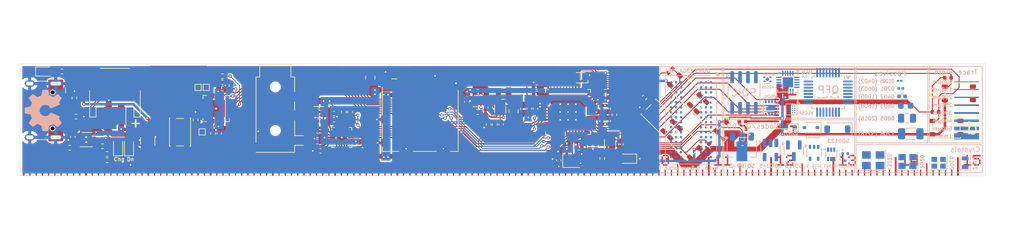
<source format=kicad_pcb>
(kicad_pcb (version 20240108) (generator "pcbnew") (generator_version "8.0")
  (layers (0 "F.Cu" signal) (31 "B.Cu" signal) (34 "B.Paste" user) (35 "F.Paste" user) (36 "B.SilkS" user "B.Silkscreen") (37 "F.SilkS" user "F.Silkscreen") (38 "B.Mask" user) (39 "F.Mask" user) (44 "Edge.Cuts" user))
  (net 0 "")
  (net 1 "GND")
  (net 2 "VUSB")
  (net 3 "Net-(U1-OUT)")
  (net 4 "+3V3")
  (net 5 "VBAT")
  (net 6 "Net-(U2D-VCCPLL)")
  (net 7 "+1V2")
  (net 8 "VBUS")
  (net 9 "Net-(U5-FB)")
  (net 10 "Net-(U10-VDDD)")
  (net 11 "Net-(U10-VAG)")
  (net 12 "Net-(D3-K)")
  (net 13 "Net-(D6-GK)")
  (net 14 "Net-(D6-RK)")
  (net 15 "Net-(D1-A)")
  (net 16 "Net-(D6-BK)")
  (net 17 "Net-(D5-A)")
  (net 20 "Net-(U10-HP_L)")
  (net 21 "Net-(J1-CC2)")
  (net 22 "Net-(J1-CC1)")
  (net 23 "D+")
  (net 24 "D-")
  (net 25 "SD.CLK")
  (net 26 "SD.D1")
  (net 27 "SD.D2")
  (net 28 "SD.D0")
  (net 29 "SD.D3")
  (net 30 "SD.CMD")
  (net 32 "Net-(U10-HP_R)")
  (net 33 "Net-(U10-HP_VGND)")
  (net 34 "Net-(U5-SW)")
  (net 35 "Net-(J4-Pin_1)")
  (net 36 "TFT.MOSI")
  (net 37 "TFT.~{RST}")
  (net 38 "TFT.SCK")
  (net 39 "TFT.~{CS}")
  (net 40 "TFT.RS")
  (net 41 "Net-(U4-TS)")
  (net 42 "Net-(U4-ISET)")
  (net 43 "Net-(U5-PG)")
  (net 44 "Net-(U2A-IOT_37a)")
  (net 45 "A")
  (net 46 "Net-(Q1-E)")
  (net 47 "Net-(Q1-B)")
  (net 48 "B")
  (net 49 "Net-(U4-~{CHG})")
  (net 50 "TFT.PWM")
  (net 51 "LEFT")
  (net 52 "Net-(U7-PB8{slash}BOOT0)")
  (net 53 "Net-(U7-~{RESET})")
  (net 54 "RIGHT")
  (net 55 "UP")
  (net 56 "PROG.SCK")
  (net 57 "DOWN")
  (net 59 "PROG.~{CS}")
  (net 60 "~{CRESET}")
  (net 61 "CDONE")
  (net 62 "PROG.TX")
  (net 63 "I2S.LRCLK")
  (net 64 "I2S.DIN")
  (net 65 "PROG.RX")
  (net 66 "/SWD")
  (net 67 "/SWC")
  (net 68 "OSC_48M")
  (net 69 "I2S.SCLK")
  (net 71 "PROG.MISO")
  (net 72 "CODEC.SCL")
  (net 74 "I2S.MCLK")
  (net 75 "CODEC.SDA")
  (net 78 "PROG.MOSI")
  (net 96 "Net-(D2-K)")
  (net 97 "Net-(U4-~{PG})")
  (footprint "ruler:Chez_6.4x6.4mm" (layer "F.Cu") (at 99.15 45.55)
    (property "Reference" "REF**" (hide yes))
    (property "Value" "Chez_6.4x6.4mm")
  )
  (footprint "Package_DFN_QFN:QFN-48-1EP_7x7mm_P0.5mm_EP5.6x5.6mm" (layer "F.Cu") (at 163 48.75)
    (property "Reference" "U2" (hide yes))
    (property "Value" "ICE40UP5K-SG48ITR")
  )
  (footprint "ruler:SW_SPST_PTS815" (layer "F.Cu") (at 100.7 52 -90)
    (property "Reference" "SW1" (hide yes))
    (property "Value" "BOOT0")
  )
  (footprint "Capacitor_SMD:C_0402_1005Metric" (layer "F.Cu") (at 164.75 54.5 180)
    (property "Reference" "C36" (hide yes))
    (property "Value" "4.7u")
  )
  (footprint "ruler:TestPoint" (layer "F.Cu") (at 104.9 44.8 -90)
    (property "Reference" "TP1" (hide yes))
    (property "Value" "SWD")
  )
  (footprint "ruler:SW_SPST_PTS815" (layer "F.Cu") (at 177.507359 49.492641 -45)
    (property "Reference" "SW4" (hide yes))
    (property "Value" "SW_Push")
  )
  (footprint "Capacitor_SMD:C_0402_1005Metric" (layer "F.Cu") (at 129.41 54 -90)
    (property "Reference" "C33" (hide yes))
    (property "Value" "100n")
  )
  (footprint "Resistor_SMD:R_0402_1005Metric" (layer "F.Cu") (at 168.5 56.21 -90)
    (property "Reference" "R20" (hide yes))
    (property "Value" "1k")
  )
  (footprint "Capacitor_SMD:C_0402_1005Metric" (layer "F.Cu") (at 169.45 48.2 90)
    (property "Reference" "C11" (hide yes))
    (property "Value" "100n")
  )
  (footprint "Resistor_SMD:R_0402_1005Metric" (layer "F.Cu") (at 81.75 42.25)
    (property "Reference" "R6" (hide yes))
    (property "Value" "1k")
  )
  (footprint "Package_SON:WSON-6_1.5x1.5mm_P0.5mm" (layer "F.Cu") (at 169.75 53.95 -90)
    (property "Reference" "U1" (hide yes))
    (property "Value" "TLV70025DSER")
  )
  (footprint "Capacitor_SMD:C_0402_1005Metric" (layer "F.Cu") (at 123 50.25 180)
    (property "Reference" "C26" (hide yes))
    (property "Value" "4.7u")
  )
  (footprint "Connector_Audio:Jack_3.5mm_PJ320D_Horizontal" (layer "F.Cu") (at 116 49.5 -90)
    (property "Reference" "J5" (hide yes))
    (property "Value" "AudioJack4")
  )
  (footprint "Package_DFN_QFN:QFN-20-1EP_3x3mm_P0.4mm_EP1.65x1.65mm" (layer "F.Cu") (at 126.66 52.84)
    (property "Reference" "U10" (hide yes))
    (property "Value" "SGTL5000XNLA3")
  )
  (footprint "Connector_USB:USB_C_Receptacle_HCTL_HC-TYPE-C-16P-01A" (layer "F.Cu") (at 77.64 48.5 -90)
    (property "Reference" "J1" (hide yes))
    (property "Value" "USB")
  )
  (footprint "Capacitor_SMD:C_0805_2012Metric" (layer "F.Cu") (at 131.25 43.25 90)
    (property "Reference" "C2" (hide yes))
    (property "Value" "22u")
  )
  (footprint "Resistor_SMD:R_0402_1005Metric" (layer "F.Cu") (at 103.2 50 -90)
    (property "Reference" "R15" (hide yes))
    (property "Value" "10k")
  )
  (footprint "Resistor_SMD:R_0402_1005Metric" (layer "F.Cu") (at 175.286735 46.389376 45)
    (property "Reference" "R24" (hide yes))
    (property "Value" "10k")
  )
  (footprint "Capacitor_SMD:C_0402_1005Metric" (layer "F.Cu") (at 157.95 45.75 180)
    (property "Reference" "C30" (hide yes))
    (property "Value" "100n")
  )
  (footprint "Package_TO_SOT_SMD:SOT-583-8" (layer "F.Cu") (at 95.5 53.5 90)
    (property "Reference" "U3" (hide yes))
    (property "Value" "LM66200")
  )
  (footprint "ruler:SW_SPST_PTS815" (layer "F.Cu") (at 185.992641 49.492641 135)
    (property "Reference" "SW5" (hide yes))
    (property "Value" "SW_Push")
  )
  (footprint "Capacitor_SMD:C_0402_1005Metric" (layer "F.Cu") (at 122.75 52.5 180)
    (property "Reference" "C32" (hide yes))
    (property "Value" "100n")
  )
  (footprint "Capacitor_SMD:C_0402_1005Metric" (layer "F.Cu") (at 122.75 53.5 180)
    (property "Reference" "C34" (hide yes))
    (property "Value" "4.7u")
  )
  (footprint "Capacitor_SMD:C_0402_1005Metric" (layer "F.Cu") (at 152.25 50.75 90)
    (property "Reference" "C16" (hide yes))
    (property "Value" "120p")
  )
  (footprint "ruler:SW_SPST_PTS815" (layer "F.Cu") (at 181.75 45.25 -45)
    (property "Reference" "SW6" (hide yes))
    (property "Value" "SW_Push")
  )
  (footprint "Resistor_SMD:R_0402_1005Metric" (layer "F.Cu") (at 191 50.25 180)
    (property "Reference" "R12" (hide yes))
    (property "Value" "15")
  )
  (footprint "ruler:SW_SPST_PTS815" (layer "F.Cu") (at 225.75 45.75)
    (property "Reference" "SW2" (hide yes))
    (property "Value" "SW_Push")
  )
  (footprint "Capacitor_SMD:C_0402_1005Metric" (layer "F.Cu") (at 150.5 48 -90)
    (property "Reference" "C8" (hide yes))
    (property "Value" "4.7u")
  )
  (footprint "Capacitor_SMD:C_0402_1005Metric" (layer "F.Cu") (at 107 52.2 -90)
    (property "Reference" "C20" (hide yes))
    (property "Value" "100n")
  )
  (footprint "Resistor_SMD:R_0402_1005Metric" (layer "F.Cu") (at 150.25 50.75 -90)
    (property "Reference" "R14" (hide yes))
    (property "Value" "100k")
  )
  (footprint "Package_SON:WSON-6_1.5x1.5mm_P0.5mm" (layer "F.Cu") (at 148.5 47)
    (property "Reference" "U6" (hide yes))
    (property "Value" "TLV70033DSER")
  )
  (footprint "ruler:WSON-10_EP_2x2_Pitch0.4mm" (layer "F.Cu") (at 85.6375 53.1875)
    (property "Reference" "U4" (hide yes))
    (property "Value" "BQ24040")
  )
  (footprint "Capacitor_SMD:C_0402_1005Metric" (layer "F.Cu") (at 164.75 53.5 180)
    (property "Reference" "C35" (hide yes))
    (property "Value" "100n")
  )
  (footprint "Package_SON:WSON-6_1.5x1.5mm_P0.5mm" (layer "F.Cu") (at 123 48.75 180)
    (property "Reference" "U9" (hide yes))
    (property "Value" "TLV70018DSER")
  )
  (footprint "Capacitor_SMD:C_0402_1005Metric" (layer "F.Cu") (at 125.41 49)
    (property "Reference" "C29" (hide yes))
    (property "Value" "100n")
  )
  (footprint "Capacitor_SMD:C_0402_1005Metric" (layer "F.Cu") (at 168.45 48.2 90)
    (property "Reference" "C15" (hide yes))
    (property "Value" "100n")
  )
  (footprint "Resistor_SMD:R_0402_1005Metric" (layer "F.Cu") (at 84 49.5)
    (property "Reference" "R3" (hide yes))
    (property "Value" "5.1k")
  )
  (footprint "Connector_Card:microSD_HC_Molex_104031-0811" (layer "F.Cu") (at 139.25 49.25)
    (property "Reference" "J3" (hide yes))
    (property "Value" "Micro_SD_Card_Det2")
  )
  (footprint "Capacitor_SMD:C_0402_1005Metric" (layer "F.Cu") (at 167.5 54.2 -90)
    (property "Reference" "C4" (hide yes))
    (property "Value" "100n")
  )
  (footprint "Capacitor_SMD:C_0402_1005Metric" (layer "F.Cu") (at 169.45 50.2 -90)
    (property "Reference" "C7" (hide yes))
    (property "Value" "4.7u")
  )
  (footprint "Resistor_SMD:R_0402_1005Metric" (layer "F.Cu") (at 148.5 48.75)
    (property "Reference" "R9" (hide yes))
    (property "Value" "100k")
  )
  (footprint "Resistor_SMD:R_0402_1005Metric" (layer "F.Cu") (at 179.426111 42.110624 45)
    (property "Reference" "R26" (hide yes))
    (property "Value" "10k")
  )
  (footprint "Resistor_SMD:R_0402_1005Metric" (layer "F.Cu") (at 83.75 46.5 90)
    (property "Reference" "R2" (hide yes))
    (property "Value" "5.1k")
  )
  (footprint "Capacitor_SMD:C_0402_1005Metric" (layer "F.Cu") (at 157.75 48.23 -90)
    (property "Reference" "C19" (hide yes))
    (property "Value" "4.7u")
  )
  (footprint "ruler:SW_SPST_PTS815" (layer "F.Cu") (at 181.75 53.735282 135)
    (property "Reference" "SW7" (hide yes))
    (property "Value" "SW_Push")
  )
  (footprint "Capacitor_SMD:C_0402_1005Metric" (layer "F.Cu") (at 83.5 52.75 -90)
    (property "Reference" "C5" (hide yes))
    (property "Value" "1u")
  )
  (footprint "Capacitor_SMD:C_0402_1005Metric" (layer "F.Cu") (at 125.41 50)
    (property "Reference" "C27" (hide yes))
    (property "Value" "4.7u")
  )
  (footprint "Capacitor_SMD:C_0402_1005Metric" (layer "F.Cu") (at 168.45 50.2 -90)
    (property "Reference" "C6" (hide yes))
    (property "Value" "100n")
  )
  (footprint "ruler:SW_SPST_PTS815" (layer "F.Cu") (at 223.75 51.25)
    (property "Reference" "SW3" (hide yes))
    (property "Value" "SW_Push")
  )
  (footprint "Resistor_SMD:R_0402_1005Metric" (layer "F.Cu") (at 108.95 44.5 -90)
    (property "Reference" "R21" (hide yes))
    (property "Value" "10k")
  )
  (footprint "LED_SMD:LED_0603_1608Metric" (layer "F.Cu") (at 92.5 54.2875 90)
    (property "Reference" "D3" (hide yes))
    (property "Value" "GREEN")
  )
  (footprint "Resistor_SMD:R_0402_1005Metric" (layer "F.Cu") (at 222 48.75)
    (property "Reference" "R23" (hide yes))
    (property "Value" "10k")
  )
  (footprint "Capacitor_SMD:C_0402_1005Metric" (layer "F.Cu") (at 166.5 54.2 -90)
    (property "Reference" "C3" (hide yes))
    (property "Value" "4.7u")
  )
  (footprint "LED_SMD:LED_0603_1608Metric" (layer "F.Cu") (at 90.75 54.2875 90)
    (property "Reference" "D2" (hide yes))
    (property "Value" "ORANGE")
  )
  (footprint "Resistor_SMD:R_0402_1005Metric" (layer "F.Cu") (at 128 48.75 90)
    (property "Reference" "R17" (hide yes))
    (property "Value" "5.1k")
  )
  (footprint "ruler:TestPoint" (layer "F.Cu") (at 104.25 51.95 -90)
    (property "Reference" "TP3" (hide yes))
    (property "Value" "~{RESET}")
  )
  (footprint "Capacitor_SMD:C_0402_1005Metric" (layer "F.Cu") (at 156.75 48.23 -90)
    (property "Reference" "C17" (hide yes))
    (property "Value" "100n")
  )
  (footprint "Resistor_SMD:R_0402_1005Metric" (layer "F.Cu") (at 89 55.5)
    (property "Reference" "R10" (hide yes))
    (property "Value" "1k")
  )
  (footprint "Capacitor_SMD:C_0402_1005Metric" (layer "F.Cu") (at 88.1 52.75 -90)
    (property "Reference" "C10" (hide yes))
    (property "Value" "1u")
  )
  (footprint "ruler:LCD_1x8_Newvision" (layer "F.Cu") (at 196.5 48.5 90)
    (property "Reference" "J4")
    (property "Value" "Generic 8P 160x80 TFT")
  )
  (footprint "Capacitor_SMD:C_0402_1005Metric" (layer "F.Cu") (at 107.5 44.99)
    (property "Reference" "C22" (hide yes))
    (property "Value" "4.7u")
  )
  (footprint "Capacitor_SMD:C_0402_1005Metric" (layer "F.Cu") (at 148.5 45.5)
    (property "Reference" "C9" (hide yes))
    (property "Value" "4.7u")
  )
  (footprint "Capacitor_SMD:C_0402_1005Metric" (layer "F.Cu") (at 107.5 43.99)
    (property "Reference" "C21" (hide yes))
    (property "Value" "100n")
  )
  (footprint "ruler:XL-B1515RGBA-HF" (layer "F.Cu") (at 165 43.25 180)
    (property "Reference" "D6" (hide yes))
    (property "Value" "LED_RGBA")
  )
  (footprint "Capacitor_SMD:C_0402_1005Metric" (layer "F.Cu") (at 197.25 44.5)
    (property "Reference" "C12" (hide yes))
    (property "Value" "4.7u")
  )
  (footprint "Capacitor_SMD:C_0402_1005Metric" (layer "F.Cu") (at 168.95 45.45)
    (property "Reference" "C23" (hide yes))
    (property "Value" "100n")
  )
  (footprint "ruler:Ruler" (layer "F.Cu") (at 150 50)
    (property "Reference" "PCB1" (hide yes))
    (property "Value" "Ruler" (hide yes))
    (fp_rect (start -75 -9) (end 80 9) (stroke (width 0.05)) (fill none) (layer "Edge.Cuts"))
  )
  (footprint "Connector_JST:JST_PH_S2B-PH-SM4-TB_1x02-1MP_P2.00mm_Horizontal" (layer "F.Cu") (at 90.25 46.25 180)
    (property "Reference" "J2" (hide yes))
    (property "Value" "LIPO")
  )
  (footprint "Package_TO_SOT_SMD:SOT-563" (layer "F.Cu") (at 152.1 48.25 -90)
    (property "Reference" "U5" (hide yes))
    (property "Value" "TPS62A01")
  )
  (footprint "Capacitor_SMD:C_0402_1005Metric" (layer "F.Cu") (at 157.93 44.75 180)
    (property "Reference" "C31" (hide yes))
    (property "Value" "4.7u")
  )
  (footprint "Capacitor_SMD:C_0402_1005Metric" (layer "F.Cu") (at 171.5 53.95 -90)
    (property "Reference" "C1" (hide yes))
    (property "Value" "4.7u")
  )
  (footprint "Resistor_SMD:R_0402_1005Metric" (layer "F.Cu") (at 83 54.5)
    (property "Reference" "R5" (hide yes))
    (property "Value" "5.1k")
  )
  (footprint "Resistor_SMD:R_0402_1005Metric" (layer "F.Cu") (at 107.51 43 180)
    (property "Reference" "R19" (hide yes))
    (property "Value" "10k")
  )
  (footprint "ruler:TestPoint" (layer "F.Cu") (at 103.6 44.8 -90)
    (property "Reference" "TP2" (hide yes))
    (property "Value" "SWC")
  )
  (footprint "Resistor_SMD:R_0402_1005Metric" (layer "F.Cu") (at 170.45 49.2 90)
    (property "Reference" "R7" (hide yes))
    (property "Value" "100")
  )
  (footprint "Resistor_SMD:R_0402_1005Metric" (layer "F.Cu") (at 186 54.25 135)
    (property "Reference" "R27" (hide yes))
    (property "Value" "10k")
  )
  (footprint "LED_SMD:LED_0603_1608Metric" (layer "F.Cu") (at 172.5375 56.25 180)
    (property "Reference" "D5" (hide yes))
    (property "Value" "LED")
  )
  (footprint "Resistor_SMD:R_0402_1005Metric" (layer "F.Cu") (at 127 48.75 90)
    (property "Reference" "R18" (hide yes))
    (property "Value" "5.1k")
  )
  (footprint "Capacitor_SMD:C_0402_1005Metric" (layer "F.Cu") (at 123.25 55 180)
    (property "Reference" "C28" (hide yes))
    (property "Value" "100n")
  )
  (footprint "Resistor_SMD:R_0402_1005Metric" (layer "F.Cu") (at 191 53.75)
    (property "Reference" "R8" (hide yes))
    (property "Value" "1k")
  )
  (footprint "Resistor_SMD:R_0402_1005Metric" (layer "F.Cu") (at 88.25 54.25 180)
    (property "Reference" "R4" (hide yes))
    (property "Value" "10k")
  )
  (footprint "Resistor_SMD:R_0402_1005Metric" (layer "F.Cu") (at 151.25 50.75 90)
    (property "Reference" "R13" (hide yes))
    (property "Value" "100k")
  )
  (footprint "Resistor_SMD:R_0402_1005Metric" (layer "F.Cu") (at 106 52.2 -90)
    (property "Reference" "R16" (hide yes))
    (property "Value" "10k")
  )
  (footprint "Capacitor_SMD:C_0402_1005Metric" (layer "F.Cu") (at 168.95 46.45)
    (property "Reference" "C24" (hide yes))
    (property "Value" "4.7u")
  )
  (footprint "Package_DFN_QFN:QFN-28-1EP_4x4mm_P0.4mm_EP2.8x2.8mm" (layer "F.Cu") (at 106.5 48.2 90)
    (property "Reference" "U7" (hide yes))
    (property "Value" "CH32V203G6U6")
  )
  (footprint "Resistor_SMD:R_0402_1005Metric" (layer "F.Cu") (at 224 43.25)
    (property "Reference" "R22" (hide yes))
    (property "Value" "10k")
  )
  (footprint "LED_SMD:LED_0603_1608Metric" (layer "F.Cu") (at 79 42.25)
    (property "Reference" "D1" (hide yes))
    (property "Value" "LED")
  )
  (footprint "ruler:L_Murata_DFE201610P" (layer "F.Cu") (at 152.6 45.8)
    (property "Reference" "L1" (hide yes))
    (property "Value" "1u")
  )
  (footprint "Capacitor_SMD:C_0805_2012Metric" (layer "F.Cu") (at 154.25 48.6 -90)
    (property "Reference" "C18" (hide yes))
    (property "Value" "22u")
  )
  (footprint "Resistor_SMD:R_0402_1005Metric" (layer "F.Cu") (at 89 56.5)
    (property "Reference" "R11" (hide yes))
    (property "Value" "1k")
  )
  (footprint "Capacitor_SMD:C_0402_1005Metric" (layer "F.Cu") (at 161.5 56.5 -90)
    (property "Reference" "C25" (hide yes))
    (property "Value" "100n")
  )
  (footprint "Crystal:Crystal_SMD_2016-4Pin_2.0x1.6mm" (layer "F.Cu") (at 163.5 56.5)
    (property "Reference" "U8" (hide yes))
    (property "Value" "48MHz")
  )
  (footprint "Capacitor_SMD:C_0402_1005Metric" (layer "F.Cu") (at 146.75 47.11 90)
    (property "Reference" "C14" (hide yes))
    (property "Value" "4.7u")
  )
  (footprint "Package_TO_SOT_SMD:SOT-723" (layer "F.Cu") (at 191 52 180)
    (property "Reference" "Q1" (hide yes))
    (property "Value" "MMBT2222")
  )
  (footprint "Capacitor_SMD:C_0402_1005Metric" (layer "F.Cu") (at 155.75 48.25 -90)
    (property "Reference" "C13" (hide yes))
    (property "Value" "100n")
  )
  (footprint "Resistor_SMD:R_0402_1005Metric" (layer "F.Cu") (at 188.286735 52.75 -135)
    (property "Reference" "R25" (hide yes))
    (property "Value" "10k")
  )
  (footprint "Capacitor_SMD:C_0201_0603Metric" (layer "B.Cu") (at 216.425 44.9625)
    (property "Reference" "REF**" (hide yes))
    (property "Value" "C_0201_0603Metric")
  )
  (footprint "Package_TO_SOT_SMD:SOT-89-3" (layer "B.Cu") (at 190.9 54.65 -90)
    (property "Reference" "REF**" (hide yes))
    (property "Value" "SOT-89-3")
  )
  (footprint "Capacitor_SMD:C_0603_1608Metric" (layer "B.Cu") (at 217.205 47.75)
    (property "Reference" "REF**" (hide yes))
    (property "Value" "C_0603_1608Metric")
  )
  (footprint "Package_DFN_QFN:UDFN-4-1EP_1x1mm_P0.65mm_EP0.48x0.48mm" (layer "B.Cu") (at 195 43.5 180)
    (property "Reference" "REF**" (hide yes))
    (property "Value" "UDFN-4-1EP_1x1mm_P0.65mm_EP0.48x0.48mm")
  )
  (footprint "Package_QFP:LQFP-32_5x5mm_P0.5mm" (layer "B.Cu") (at 204.75 45.6 180)
    (property "Reference" "REF**" (hide yes))
    (property "Value" "LQFP-32_5x5mm_P0.5mm")
  )
  (footprint "Diode_SMD:D_SOD-323" (layer "B.Cu") (at 202 51.25 180)
    (property "Reference" "REF**" (hide yes))
    (property "Value" "D_SOD-323")
  )
  (footprint "Capacitor_SMD:C_01005_0402Metric" (layer "B.Cu") (at 216.25 43.75 180)
    (property "Reference" "REF**" (hide yes))
    (property "Value" "C_01005_0402Metric")
  )
  (footprint "Package_BGA:Micron_FBGA-96_8x14mm_Layout9x16_P0.8mm" (layer "B.Cu") (at 182.75 50 180)
    (property "Reference" "REF**" (hide yes))
    (property "Value" "Micron_FBGA-96_8x14mm_Layout9x16_P0.8mm")
  )
  (footprint "Package_TO_SOT_SMD:SOT-563" (layer "B.Cu") (at 205.25 55.55 -90)
    (property "Reference" "REF**" (hide yes))
    (property "Value" "SOT-563")
  )
  (footprint "Package_DFN_QFN:QFN-20-1EP_3x3mm_P0.4mm_EP1.65x1.65mm" (layer "B.Cu") (at 198.29 43.99 180)
    (property "Reference" "REF**" (hide yes))
    (property "Value" "QFN-20-1EP_3x3mm_P0.4mm_EP1.65x1.65mm")
  )
  (footprint "Crystal:Crystal_SMD_3225-4Pin_3.2x2.5mm" (layer "B.Cu") (at 212 56.5 180)
    (property "Reference" "REF**" (hide yes))
    (property "Value" "Crystal_SMD_3225-4Pin_3.2x2.5mm")
  )
  (footprint "Package_SO:SOIC-8_3.9x4.9mm_P1.27mm" (layer "B.Cu") (at 191.25 45.65 -90)
    (property "Reference" "REF**" (hide yes))
    (property "Value" "SOIC-8_3.9x4.9mm_P1.27mm")
  )
  (footprint "Package_SON:WSON-8-1EP_2x2mm_P0.5mm_EP0.9x1.6mm" (layer "B.Cu") (at 195.5 48.05 -90)
    (property "Reference" "REF**" (hide yes))
    (property "Value" "WSON-8-1EP_2x2mm_P0.5mm_EP0.9x1.6mm")
  )
  (footprint "Capacitor_SMD:C_1206_3216Metric" (layer "B.Cu") (at 218.025 52.25 180)
    (property "Reference" "REF**" (hide yes))
    (property "Value" "C_1206_3216Metric")
  )
  (footprint "Capacitor_SMD:C_0402_1005Metric" (layer "B.Cu") (at 216.635 46.25)
    (property "Reference" "REF**" (hide yes))
    (property "Value" "C_0402_1005Metric")
  )
  (footprint "Diode_SMD:D_SOD-123" (layer "B.Cu") (at 206.25 51.5 180)
    (property "Reference" "REF**" (hide yes))
    (property "Value" "D_SOD-123")
  )
  (footprint "Capacitor_SMD:C_0805_2012Metric" (layer "B.Cu") (at 217.425 49.75)
    (property "Reference" "REF**" (hide yes))
    (property "Value" "C_0805_2012Metric")
  )
  (footprint "Crystal:Crystal_SMD_2520-4Pin_2.5x2.0mm" (layer "B.Cu") (at 217.5 56.7 180)
    (property "Reference" "REF**" (hide yes))
    (property "Value" "Crystal_SMD_2520-4Pin_2.5x2.0mm")
  )
  (footprint "Package_CSP:WLCSP-16_1.409x1.409mm_P0.35mm" (layer "B.Cu") (at 198.875 48.325 180)
    (property "Reference" "REF**" (hide yes))
    (property "Value" "WLCSP-16_1.409x1.409mm_P0.35mm")
  )
  (footprint "Crystal:Crystal_SMD_2012-2Pin_2.0x1.2mm" (layer "B.Cu") (at 226.75 56.9 90)
    (property "Reference" "REF**" (hide yes))
    (property "Value" "Crystal_SMD_2012-2Pin_2.0x1.2mm")
  )
  (footprint "Diode_SMD:D_SOD-523" (layer "B.Cu") (at 198.75 51.25 180)
    (property "Reference" "REF**" (hide yes))
    (property "Value" "D_SOD-523")
  )
  (footprint "Package_TO_SOT_SMD:SOT-353_SC-70-5" (layer "B.Cu") (at 202.5 55.3 -90)
    (property "Reference" "REF**" (hide yes))
    (property "Value" "SOT-353_SC-70-5")
  )
  (footprint "Package_TO_SOT_SMD:SOT-723" (layer "B.Cu") (at 207.5 56 -90)
    (property "Reference" "REF**" (hide yes))
    (property "Value" "SOT-723")
  )
  (footprint "Crystal:Crystal_SMD_2016-4Pin_2.0x1.6mm" (layer "B.Cu") (at 222.5 56.9 180)
    (property "Reference" "REF**" (hide yes))
    (property "Value" "Crystal_SMD_2016-4Pin_2.0x1.6mm")
  )
  (footprint "Package_TO_SOT_SMD:SOT-23" (layer "B.Cu") (at 199.25 54.98 -90)
    (property "Reference" "REF**" (hide yes))
    (property "Value" "SOT-23")
  )
  (footprint "Symbol:OSHW-Symbol_6.7x6mm_SilkScreen" (layer "B.Cu") (at 78.75 48.5 -90)
    (property "Reference" "REF**" (hide yes))
    (property "Value" "OSHW-Symbol_6.7x6mm_SilkScreen" (hide yes))
  )
  (footprint "Package_TO_SOT_SMD:SOT-23-5" (layer "B.Cu") (at 195.5 54.85 -90)
    (property "Reference" "REF**" (hide yes))
    (property "Value" "SOT-23-5")
  )
  (gr_rect (start 225 48.75) (end 229 49.05) (fill solid) (layer "B.Cu"))
  (gr_rect (start 225 45.075) (end 229 45.225) (fill solid) (layer "B.Cu"))
  (gr_rect (start 225 49.95) (end 229 50.35) (fill solid) (layer "B.Cu"))
  (gr_rect (start 225 52.15) (end 229 53.15) (fill solid) (layer "B.Cu"))
  (gr_rect (start 225 51.1) (end 229 51.7) (fill solid) (layer "B.Cu"))
  (gr_rect (start 225 43.8375) (end 229 43.9625) (fill solid) (layer "B.Cu"))
  (gr_rect (start 225 46.3) (end 229 46.5) (fill solid) (layer "B.Cu"))
  (gr_rect (start 225 47.525) (end 229 47.775) (fill solid) (layer "B.Cu"))
  (gr_rect (start 188 41.5) (end 209 49.75) (stroke (width 0.12)) (fill none) (layer "B.SilkS"))
  (gr_rect (start 209.25 54) (end 229.5 58.5) (stroke (width 0.12)) (fill none) (layer "B.SilkS"))
  (gr_rect (start 177.75 41.5) (end 187.75 58.5) (stroke (width 0.12)) (fill none) (layer "B.SilkS"))
  (gr_rect (start 188 50) (end 209 58.5) (stroke (width 0.12)) (fill none) (layer "B.SilkS"))
  (gr_rect (start 209.25 41.4625) (end 220.75 53.7125) (stroke (width 0.12)) (fill none) (layer "B.SilkS"))
  (gr_rect (start 221 41.4625) (end 229.5 53.7125) (stroke (width 0.12)) (fill none) (layer "B.SilkS"))
  (gr_text "(mm)" (at 78.25 56.75 0) (layer "F.Cu") (effects (font (size 1 1)) (justify left bottom)))
  (gr_text "⏻" (at 75.7 43.15 0) (layer "F.Cu") (effects (font (size 1.25 1.25) (thickness 0.3) (bold yes)) (justify left bottom)))
  (gr_text "❤️\n" (at 174.1 44.35 0) (layer "F.Cu") (effects (font (size 1.5 1.5) (thickness 0.3) (bold yes)) (justify left bottom)))
  (gr_text "250µm" (at 224.75 48 0) (layer "B.SilkS") (effects (font (size 0.6 0.6) (thickness 0.12)) (justify left bottom mirror)))
  (gr_text "1206 (3216)" (at 215.5 52.6484 0) (layer "B.SilkS") (effects (font (size 0.6 0.6) (thickness 0.12)) (justify left bottom mirror)))
  (gr_text "P=0.5mm" (at 206.671429 46.8234 0) (layer "B.SilkS") (effects (font (size 0.5 0.5) (thickness 0.1) (bold yes)) (justify left bottom mirror)))
  (gr_text "Diodes/Q/LDO" (at 197.3 51.5 0) (layer "B.SilkS") (effects (font (size 0.8 0.8) (thickness 0.12) (bold yes)) (justify left bottom mirror)))
  (gr_text "150µm" (at 224.75 45.5 0) (layer "B.SilkS") (effects (font (size 0.6 0.6) (thickness 0.12)) (justify left bottom mirror)))
  (gr_text "(0402)" (at 212.75 44.1484 0) (layer "B.SilkS") (effects (font (size 0.6 0.6) (thickness 0.12)) (justify left bottom mirror)))
  (gr_text "SOT23" (at 200.682501 57.7456 0) (layer "B.SilkS") (effects (font (size 0.6 0.6) (thickness 0.12)) (justify left bottom mirror)))
  (gr_text "3225" (at 214.25 57.762858 -90) (layer "B.SilkS") (effects (font (size 0.6 0.6) (thickness 0.12)) (justify left bottom mirror)))
  (gr_text "Trace Width" (at 228.85 42.8125 0) (layer "B.SilkS") (effects (font (size 0.8 0.8) (thickness 0.12) (bold yes)) (justify left bottom mirror)))
  (gr_text "0.4" (at 201.5 43.3 0) (layer "B.SilkS") (effects (font (size 0.4 0.4) (thickness 0.08) (bold yes)) (justify left bottom mirror)))
  (gr_text "2520" (at 219.5 57.962858 -90) (layer "B.SilkS") (effects (font (size 0.6 0.6) (thickness 0.12)) (justify left bottom mirror)))
  (gr_text "300µm" (at 224.75 49.25 0) (layer "B.SilkS") (effects (font (size 0.6 0.6) (thickness 0.12)) (justify left bottom mirror)))
  (gr_text "X2SON" (at 196.1 45 0) (layer "B.SilkS") (effects (font (size 0.4 0.4) (thickness 0.08) (bold yes)) (justify left bottom mirror)))
  (gr_text "SOT89-3" (at 193.039644 57.7456 0) (layer "B.SilkS") (effects (font (size 0.6 0.6) (thickness 0.12)) (justify left bottom mirror)))
  (gr_text "WLCSP" (at 202.5 49.2 0) (layer "B.SilkS") (effects (font (size 0.5 0.5) (thickness 0.1) (bold yes)) (justify left bottom mirror)))
  (gr_text "SC70-5" (at 203.75 57.65 0) (layer "B.SilkS") (effects (font (size 0.4 0.4) (thickness 0.08)) (justify left bottom mirror)))
  (gr_text "0402 (1005)" (at 215.5 46.6484 0) (layer "B.SilkS") (effects (font (size 0.6 0.6) (thickness 0.12)) (justify left bottom mirror)))
  (gr_text "2012" (at 228 58.162858 -90) (layer "B.SilkS") (effects (font (size 0.6 0.6) (thickness 0.12)) (justify left bottom mirror)))
  (gr_text "200µm" (at 224.75 46.75 0) (layer "B.SilkS") (effects (font (size 0.6 0.6) (thickness 0.12)) (justify left bottom mirror)))
  (gr_text "SOT23-5" (at 197.256785 57.7456 0) (layer "B.SilkS") (effects (font (size 0.6 0.5) (thickness 0.12)) (justify left bottom mirror)))
  (gr_text "125µm" (at 224.75 44.25 0) (layer "B.SilkS") (effects (font (size 0.6 0.6) (thickness 0.12)) (justify left bottom mirror)))
  (gr_text "WSON" (at 196.7 46.6 0) (layer "B.SilkS") (effects (font (size 0.5 0.5) (thickness 0.1) (bold yes)) (justify left bottom mirror)))
  (gr_text "6x16, 0.8mm pitch" (at 187.198572 58.1 0) (layer "B.SilkS") (effects (font (size 0.6 0.6) (thickness 0.12)) (justify left bottom mirror)))
  (gr_text "SOT563" (at 206.394286 57.65 0) (layer "B.SilkS") (effects (font (size 0.4 0.4) (thickness 0.08) (bold yes)) (justify left bottom mirror)))
  (gr_text "600µm" (at 224.75 51.75 0) (layer "B.SilkS") (effects (font (size 0.6 0.6) (thickness 0.12)) (justify left bottom mirror)))
  (gr_text "SOT723" (at 208.8 57.65 0) (layer "B.SilkS") (effects (font (size 0.4 0.4) (thickness 0.08) (bold yes)) (justify left bottom mirror)))
  (gr_text "400µm" (at 224.75 50.5 0) (layer "B.SilkS") (effects (font (size 0.6 0.6) (thickness 0.12)) (justify left bottom mirror)))
  (gr_text "Crystals" (at 229.25 55.25 0) (layer "B.SilkS") (effects (font (size 0.8 0.8) (thickness 0.12) (bold yes)) (justify left bottom mirror)))
  (gr_text "2016" (at 224.25 58.162858 -90) (layer "B.SilkS") (effects (font (size 0.6 0.6) (thickness 0.12)) (justify left bottom mirror)))
  (gr_text "DDR3 (BGA-96)" (at 185.9 42.5 0) (layer "B.SilkS") (effects (font (size 0.6 0.6) (thickness 0.12)) (justify left bottom mirror)))
  (gr_text "QFP" (at 206.641429 45.9206 0) (layer "B.SilkS") (effects (font (size 1.2 1.2) (thickness 0.16)) (justify left bottom mirror)))
  (gr_text "QFN" (at 202.3 42.7 0) (layer "B.SilkS") (effects (font (size 0.6 0.6) (thickness 0.12) (bold yes)) (justify left bottom mirror)))
  (gr_text "Passives" (at 217.421429 43 0) (layer "B.SilkS") (effects (font (size 0.8 0.8) (thickness 0.12) (bold yes)) (justify left bottom mirror)))
  (gr_text "SOD123" (at 208.25 53.75 0) (layer "B.SilkS") (effects (font (size 0.6 0.6) (thickness 0.12)) (justify left bottom mirror)))
  (gr_text "0201 (0603)" (at 215.5 45.3609 0) (layer "B.SilkS") (effects (font (size 0.6 0.6) (thickness 0.12)) (justify left bottom mirror)))
  (gr_text "1mm" (at 224.75 53 0) (layer "B.SilkS") (effects (font (size 0.6 0.6) (thickness 0.12)) (justify left bottom mirror)))
  (gr_text "0805 (2016)" (at 215.5 50.15 0) (layer "B.SilkS") (effects (font (size 0.6 0.6) (thickness 0.12)) (justify left bottom mirror)))
  (gr_text "0603 (1608)" (at 215.5 48.1484 0) (layer "B.SilkS") (effects (font (size 0.6 0.6) (thickness 0.12)) (justify left bottom mirror)))
  (gr_text "01005" (at 215.45 44.1484 0) (layer "B.SilkS") (effects (font (size 0.6 0.48) (thickness 0.12)) (justify left bottom mirror)))
  (gr_text "SOIC" (at 193.390715 46.3472 0) (layer "B.SilkS") (effects (font (size 1.2 1.2) (thickness 0.16)) (justify left bottom mirror)))
  (gr_text "SOD523" (at 200 52.5 0) (layer "B.SilkS") (effects (font (size 0.4 0.4) (thickness 0.08) (bold yes)) (justify left bottom mirror)))
  (gr_text "SOD323" (at 203.5 53 0) (layer "B.SilkS") (effects (font (size 0.4 0.4) (thickness 0.08)) (justify left bottom mirror)))
  (gr_text "Dn" (at 92.1 56.7 0) (layer "F.SilkS") (effects (font (size 0.6 0.6) (thickness 0.12)) (justify left bottom)))
  (gr_text "Chg" (at 90 56.7 0) (layer "F.SilkS") (effects (font (size 0.6 0.6) (thickness 0.12)) (justify left bottom)))
  (gr_text "b" (at 227 52.7 0) (layer "F.SilkS") (effects (font (size 2 2)) (justify left bottom)))
  (gr_text "a" (at 220.9 46.8 0) (layer "F.SilkS") (effects (font (size 2 2)) (justify left bottom)))
  (gr_text "+" (at 92.7 51.5 0) (layer "F.SilkS") (effects (font (size 1.5 1.5) (thickness 0.3) (bold yes)) (justify left bottom)))
  (segment (start 164.27 54.5) (end 164.27 54) (width 0.25) (layer "F.Cu") (net 1))
  (segment (start 175.156229 48.656229) (end 174.5 48) (width 0.3) (layer "F.Cu") (net 1))
  (segment (start 149.543042 51.26) (end 149.516521 51.233479) (width 0.15) (layer "F.Cu") (net 1))
  (segment (start 78.2125 43.7875) (end 77.82 44.18) (width 0.4) (layer "F.Cu") (net 1))
  (segment (start 96 55.75) (end 93.25 55.75) (width 0.15) (layer "F.Cu") (net 1))
  (segment (start 107.98 44.99) (end 107.98 43.99) (width 0.4) (layer "F.Cu") (net 1))
  (segment (start 169.43 45.45) (end 169.43 45.95) (width 0.5) (layer "F.Cu") (net 1))
  (segment (start 183.25 54.75) (end 183.917262 54.75) (width 0.3) (layer "F.Cu") (net 1))
  (segment (start 196.5 49.75) (end 197.02383 49.75) (width 0.3) (layer "F.Cu") (net 1))
  (segment (start 107.3 46.2125) (end 107.3 47.4) (width 0.2) (layer "F.Cu") (net 1))
  (segment (start 222.475 52.325) (end 221.5 52.325) (width 0.4) (layer "F.Cu") (net 1))
  (segment (start 189.042262 49.625) (end 188.343771 50.323491) (width 0.3) (layer "F.Cu") (net 1))
  (segment (start 133.685 43.925) (end 133.685 42.315) (width 0.4) (layer "F.Cu") (net 1))
  (segment (start 169.43 46.45) (end 169.43 45.95) (width 0.5) (layer "F.Cu") (net 1))
  (segment (start 168.97 50.68) (end 168.95 50.7) (width 0.5) (layer "F.Cu") (net 1))
  (segment (start 88.34 52.99) (end 88.75 52.99) (width 0.4) (layer "F.Cu") (net 1))
  (segment (start 82.49 54.5) (end 82.49 53.51) (width 0.15) (layer "F.Cu") (net 1))
  (segment (start 164.27 54) (end 164.27 53.5) (width 0.25) (layer "F.Cu") (net 1))
  (segment (start 187.323491 50.323491) (end 187.3 50.3) (width 0.3) (layer "F.Cu") (net 1))
  (segment (start 223.5 51.3) (end 222.475 52.325) (width 0.4) (layer "F.Cu") (net 1))
  (segment (start 157.47 45.75) (end 157.47 44) (width 0.4) (layer "F.Cu") (net 1))
  (segment (start 84.51 49.5) (end 85.25 49.5) (width 0.15) (layer "F.Cu") (net 1))
  (segment (start 197.4 52.325) (end 221.5 52.325) (width 0.4) (layer "F.Cu") (net 1))
  (segment (start 168.45 50.68) (end 168.93 50.68) (width 0.5) (layer "F.Cu") (net 1))
  (segment (start 198.04 45.96) (end 198 46) (width 0.2) (layer "F.Cu") (net 1))
  (segment (start 125.89 49.5) (end 125.89 50) (width 0.2) (layer "F.Cu") (net 1))
  (segment (start 164.95 57.05) (end 165 57) (width 0.25) (layer "F.Cu") (net 1))
  (segment (start 88.76 54.25) (end 88.76 53) (width 0.4) (layer "F.Cu") (net 1))
  (segment (start 83.75 45.99) (end 83.75 45.5) (width 0.15) (layer "F.Cu") (net 1))
  (segment (start 168.93 50.68) (end 168.95 50.7) (width 0.5) (layer "F.Cu") (net 1))
  (segment (start 169.45 50.68) (end 168.97 50.68) (width 0.5) (layer "F.Cu") (net 1))
  (segment (start 88.1 53.23) (end 88.34 52.99) (width 0.4) (layer "F.Cu") (net 1))
  (segment (start 168.45 47.72) (end 168.93 47.72) (width 0.5) (layer "F.Cu") (net 1))
  (segment (start 199.15 45.96) (end 198.04 45.96) (width 0.2) (layer "F.Cu") (net 1))
  (segment (start 223.5 46.825) (end 223.5 51.3) (width 0.4) (layer "F.Cu") (net 1))
  (segment (start 94.75 53.79) (end 94.24 53.28) (width 0.3) (layer "F.Cu") (net 1))
  (segment (start 169.45 47.72) (end 168.97 47.72) (width 0.5) (layer "F.Cu") (net 1))
  (segment (start 188.343771 50.323491) (end 187.323491 50.323491) (width 0.3) (layer "F.Cu") (net 1))
  (segment (start 88.76 53) (end 88.75 52.99) (width 0.4) (layer "F.Cu") (net 1))
  (segment (start 133.685 42.315) (end 133.7 42.3) (width 0.4) (layer "F.Cu") (net 1))
  (segment (start 157.47 44) (end 157.47 44.73) (width 0.4) (layer "F.Cu") (net 1))
  (segment (start 122.27 53) (end 122.27 53.5) (width 0.2) (layer "F.Cu") (net 1))
  (segment (start 96.75 52.75) (end 96.26 52.75) (width 0.25) (layer "F.Cu") (net 1))
  (segment (start 94.75 54.24) (end 94.75 54.2) (width 0.15) (layer "F.Cu") (net 1))
  (segment (start 196.5 49.75) (end 192.375 49.75) (width 0.3) (layer "F.Cu") (net 1))
  (segment (start 197.425 49.75) (end 197.02383 49.75) (width 0.4) (layer "F.Cu") (net 1))
  (segment (start 199.15 51.04) (end 199.15 52.225) (width 0.2) (layer "F.Cu") (net 1))
  (segment (start 83.75 45.5) (end 83.75 45.4) (width 0.15) (layer "F.Cu") (net 1))
  (segment (start 168.93 47.72) (end 168.95 47.7) (width 0.5) (layer "F.Cu") (net 1))
  (segment (start 141.645 43.8) (end 141.645 42.955) (width 0.3) (layer "F.Cu") (net 1))
  (segment (start 93.25 55.75) (end 92.75 56.25) (width 0.15) (layer "F.Cu") (net 1))
  (segment (start 86.5875 53.5875) (end 85.65 53.5875) (width 0.2) (layer "F.Cu") (net 1))
  (segment (start 168.97 47.72) (end 168.95 47.7) (width 0.5) (layer "F.Cu") (net 1))
  (segment (start 92.75 56.25) (end 92.75 57.25) (width 0.15) (layer "F.Cu") (net 1))
  (segment (start 132.4 53.7) (end 133.46 53.7) (width 0.4) (layer "F.Cu") (net 1))
  (segment (start 132.3 49.95) (end 133.51 49.95) (width 0.4) (layer "F.Cu") (net 1))
  (segment (start 192.375 49.75) (end 192.25 49.625) (width 0.3) (layer "F.Cu") (net 1))
  (segment (start 96.26 52.75) (end 96.25 52.76) (width 0.3) (layer "F.Cu") (net 1))
  (segment (start 157.47 44) (end 157.47 44.77) (width 0.4) (layer "F.Cu") (net 1))
  (segment (start 150.25 51.26) (end 149.543042 51.26) (width 0.15) (layer "F.Cu") (net 1))
  (segment (start 108.95 43.99) (end 107.98 43.99) (width 0.15) (layer "F.Cu") (net 1))
  (segment (start 122.77 55) (end 122 55) (width 0.3) (layer "F.Cu") (net 1))
  (segment (start 82.77 53.23) (end 82.75 53.25) (width 0.4) (layer "F.Cu") (net 1))
  (segment (start 83.5 53.23) (end 82.77 53.23) (width 0.4) (layer "F.Cu") (net 1))
  (segment (start 173.325 56.25) (end 174.5 56.25) (width 0.15) (layer "F.Cu") (net 1))
  (segment (start 96.25 54.24) (end 96.25 55.5) (width 0.15) (layer "F.Cu") (net 1))
  (segment (start 147.30203 47) (end 147.274512 46.972482) (width 0.3) (layer "F.Cu") (net 1))
  (segment (start 130 54.48) (end 129.41 54.48) (width 0.4) (layer "F.Cu") (net 1))
  (segment (start 77.82 44.18) (end 76.565 44.18) (width 0.4) (layer "F.Cu") (net 1))
  (segment (start 78.2125 42.25) (end 78.2125 43.7875) (width 0.4) (layer "F.Cu") (net 1))
  (segment (start 167 54.68) (end 167.5 54.68) (width 0.4) (layer "F.Cu") (net 1))
  (segment (start 179.39887 44.39887) (end 178.75 43.75) (width 0.3) (layer "F.Cu") (net 1))
  (segment (start 82.49 53.51) (end 82.75 53.25) (width 0.15) (layer "F.Cu") (net 1))
  (segment (start 166.5 54.68) (end 167 54.68) (width 0.4) (layer "F.Cu") (net 1))
  (segment (start 192.25 49.625) (end 189.042262 49.625) (width 0.3) (layer "F.Cu") (net 1))
  (segment (start 84.6875 53.1875) (end 85.6375 53.1875) (width 0.2) (layer "F.Cu") (net 1))
  (segment (start 125.89 49) (end 125.89 49.5) (width 0.2) (layer "F.Cu") (net 1))
  (segment (start 141.645 42.955) (end 141.65 42.95) (width 0.3) (layer "F.Cu") (net 1))
  (segment (start 122.27 52.5) (end 122.27 53) (width 0.2) (layer "F.Cu") (net 1))
  (segment (start 94.75 54.24) (end 94.75 53.79) (width 0.3) (layer "F.Cu") (net 1))
  (segment (start 103.2 49.49) (end 103.2 48.75) (width 0.15) (layer "F.Cu") (net 1))
  (segment (start 131.25 42.3) (end 133.7 42.3) (width 0.4) (layer "F.Cu") (net 1))
  (segment (start 183.917262 54.75) (end 184.10113 54.566132) (width 0.3) (layer "F.Cu") (net 1))
  (segment (start 88.76 53.01) (end 88.75 53) (width 0.4) (layer "F.Cu") (net 1))
  (segment (start 96.25 55.5) (end 96 55.75) (width 0.15) (layer "F.Cu") (net 1))
  (via (at 168.95 47.7) (size 0.508) (drill 0.254) (layers "F.Cu" "B.Cu") (net 1))
  (via (at 113.25 51.845631) (size 0.508) (drill 0.254) (layers "F.Cu" "B.Cu") (net 1))
  (via (at 122.27 53) (size 0.508) (drill 0.254) (layers "F.Cu" "B.Cu") (net 1))
  (via (at 174.5 56.25) (size 0.508) (drill 0.254) (layers "F.Cu" "B.Cu") (net 1))
  (via (at 106.5 48.2) (size 0.508) (drill 0.254) (layers "F.Cu" "B.Cu") (net 1))
  (via (at 163 47.5) (size 0.508) (drill 0.254) (layers "F.Cu" "B.Cu") (net 1))
  (via (at 137.01 54.625) (size 0.508) (drill 0.254) (layers "F.Cu" "B.Cu") (net 1))
  (via (at 165 57) (size 0.508) (drill 0.254) (layers "F.Cu" "B.Cu") (net 1))
  (via (at 197.9 46.4) (size 0.508) (drill 0.254) (layers "F.Cu" "B.Cu") (net 1))
  (via (at 161.4 55.1) (size 0.508) (drill 0.254) (layers "F.Cu" "B.Cu") (net 1))
  (via (at 161.75 50) (size 0.508) (drill 0.254) (layers "F.Cu" "B.Cu") (net 1))
  (via (at 94.24 53.28) (size 0.508) (drill 0.254) (layers "F.Cu" "B.Cu") (net 1))
  (via (at 149.516521 51.233479) (size 0.508) (drill 0.254) (layers "F.Cu" "B.Cu") (net 1))
  (via (at 151.05 48.25) (size 0.508) (drill 0.254) (layers "F.Cu" "B.Cu") (net 1))
  (via (at 130 54.48) (size 0.508) (drill 0.254) (layers "F.Cu" "B.Cu") (net 1))
  (via (at 147.274512 46.972482) (size 0.508) (drill 0.254) (layers "F.Cu" "B.Cu") (net 1))
  (via (at 103.2 48.75) (size 0.508) (drill 0.254) (layers "F.Cu" "B.Cu") (net 1))
  (via (at 126.66 52.84) (size 0.508) (drill 0.254) (layers "F.Cu" "B.Cu") (net 1))
  (via (at 165.2 55.5) (size 0.508) (drill 0.254) (layers "F.Cu" "B.Cu") (net 1))
  (via (at 170.75 54.5) (size 0.508) (drill 0.254) (layers "F.Cu" "B.Cu") (net 1))
  (via (at 169.43 45.95) (size 0.508) (drill 0.254) (layers "F.Cu" "B.Cu") (net 1))
  (via (at 174.5 48) (size 0.508) (drill 0.254) (layers "F.Cu" "B.Cu") (net 1))
  (via (at 142.98 54.625) (size 0.508) (drill 0.254) (layers "F.Cu" "B.Cu") (net 1))
  (via (at 85.6375 53.6) (size 0.6) (drill 0.3) (layers "F.Cu" "B.Cu") (net 1))
  (via (at 122.425 49.65) (size 0.508) (drill 0.254) (layers "F.Cu" "B.Cu") (net 1))
  (via (at 183.25 54.75) (size 0.508) (drill 0.254) (layers "F.Cu" "B.Cu") (net 1))
  (via (at 85.25 49.5) (size 0.508) (drill 0.254) (layers "F.Cu" "B.Cu") (net 1))
  (via (at 178.75 43.75) (size 0.508) (drill 0.254) (layers "F.Cu" "B.Cu") (net 1))
  (via (at 164.25 50) (size 0.508) (drill 0.254) (layers "F.Cu" "B.Cu") (net 1))
  (via (at 145.005 44.15) (size 0.508) (drill 0.254) (layers "F.Cu" "B.Cu") (net 1))
  (via (at 141.65 42.95) (size 0.508) (drill 0.254) (layers "F.Cu" "B.Cu") (net 1))
  (via (at 163 50) (size 0.508) (drill 0.254) (layers "F.Cu" "B.Cu") (net 1))
  (via (at 96.75 52.75) (size 0.508) (drill 0.254) (layers "F.Cu" "B.Cu") (net 1))
  (via (at 197.425 49.75) (size 0.508) (drill 0.254) (layers "F.Cu" "B.Cu") (net 1))
  (via (at 85.6375 52.8) (size 0.6) (drill 0.3) (layers "F.Cu" "B.Cu") (net 1))
  (via (at 164.25 48.75) (size 0.508) (drill 0.254) (layers "F.Cu" "B.Cu") (net 1))
  (via (at 163 48.75) (size 0.508) (drill 0.254) (layers "F.Cu" "B.Cu") (net 1))
  (via (at 164.25 47.5) (size 0.508) (drill 0.254) (layers "F.Cu" "B.Cu") (net 1))
  (via (at 89.25 46.879) (size 0.508) (drill 0.254) (layers "F.Cu" "B.Cu") (net 1))
  (via (at 160.5 56.3) (size 0.508) (drill 0.254) (layers "F.Cu" "B.Cu") (net 1))
  (via (at 162.8 53.8) (size 0.508) (drill 0.254) (layers "F.Cu" "B.Cu") (net 1))
  (via (at 168.95 50.7) (size 0.508) (drill 0.254) (layers "F.Cu" "B.Cu") (net 1))
  (via (at 164.27 54) (size 0.508) (drill 0.254) (layers "F.Cu" "B.Cu") (net 1))
  (via (at 161.75 47.5) (size 0.508) (drill 0.254) (layers "F.Cu" "B.Cu") (net 1))
  (via (at 157.47 44) (size 0.508) (drill 0.254) (layers "F.Cu" "B.Cu") (net 1))
  (via (at 88.75 52.99) (size 0.508) (drill 0.254) (layers "F.Cu" "B.Cu") (net 1))
  (via (at 107.98 44.5) (size 0.508) (drill 0.254) (layers "F.Cu" "B.Cu") (net 1))
  (via (at 132.3 49.95) (size 0.508) (drill 0.254) (layers "F.Cu" "B.Cu") (net 1))
  (via (at 161.75 48.75) (size 0.508) (drill 0.254) (layers "F.Cu" "B.Cu") (net 1))
  (via (at 82.75 53.25) (size 0.508) (drill 0.254) (layers "F.Cu" "B.Cu") (net 1))
  (via (at 122 55) (size 0.508) (drill 0.254) (layers "F.Cu" "B.Cu") (net 1))
  (via (at 83.75 45.4) (size 0.508) (drill 0.254) (layers "F.Cu" "B.Cu") (net 1))
  (via (at 92.75 57.25) (size 0.508) (drill 0.254) (layers "F.Cu" "B.Cu") (net 1))
  (via (at 167 54.68) (size 0.508) (drill 0.254) (layers "F.Cu" "B.Cu") (net 1))
  (via (at 132.4 53.7) (size 0.508) (drill 0.254) (layers "F.Cu" "B.Cu") (net 1))
  (via (at 161.5 57.5) (size 0.508) (drill 0.254) (layers "F.Cu" "B.Cu") (net 1))
  (via (at 187.3 50.3) (size 0.508) (drill 0.254) (layers "F.Cu" "B.Cu") (net 1))
  (via (at 125.89 49.5) (size 0.508) (drill 0.254) (layers "F.Cu" "B.Cu") (net 1))
  (via (at 133.7 42.3) (size 0.508) (drill 0.254) (layers "F.Cu" "B.Cu") (net 1))
  (via (at 197.4 52.325) (size 0.508) (drill 0.254) (layers "F.Cu" "B.Cu") (net 1))
  (via (at 148.98 46) (size 0.508) (drill 0.254) (layers "F.Cu" "B.Cu") (net 1))
  (segment (start 174.5 45.8) (end 174.5 48) (width 0.4) (layer "B.Cu") (net 1))
  (segment (start 197.4 50.225) (end 197.425 50.2) (width 0.4) (layer "B.Cu") (net 1))
  (segment (start 183.25 54.75) (end 183.25 56.6) (width 0.4) (layer "B.Cu") (net 1))
  (segment (start 176.55 43.75) (end 174.5 45.8) (width 0.4) (layer "B.Cu") (net 1))
  (segment (start 178.75 43.75) (end 176.55 43.75) (width 0.4) (layer "B.Cu") (net 1))
  (segment (start 197.9 46.4) (end 197.425 46.875) (width 0.4) (layer "B.Cu") (net 1))
  (segment (start 197.4 52.325) (end 197.4 50.225) (width 0.4) (layer "B.Cu") (net 1))
  (segment (start 187.3 50.55) (end 187.3 55.9) (width 0.4) (layer "B.Cu") (net 1))
  (segment (start 174.5 56.25) (end 174.85 56.6) (width 0.4) (layer "B.Cu") (net 1))
  (segment (start 186.6 56.6) (end 182.7 56.6) (width 0.4) (layer "B.Cu") (net 1))
  (segment (start 197.425 46.875) (end 197.425 49.75) (width 0.4) (layer "B.Cu") (net 1))
  (segment (start 183.25 56.6) (end 182.7 56.6) (width 0.4) (layer "B.Cu") (net 1))
  (segment (start 197.425 50.2) (end 197.425 49.75) (width 0.4) (layer "B.Cu") (net 1))
  (segment (start 174.85 56.6) (end 182.7 56.6) (width 0.4) (layer "B.Cu") (net 1))
  (segment (start 187.3 50.3) (end 187.3 50.55) (width 0.4) (layer "B.Cu") (net 1))
  (segment (start 187.3 55.9) (end 186.6 56.6) (width 0.4) (layer "B.Cu") (net 1))
  (segment (start 171.823222 42.471) (end 174.926111 45.573889) (width 0.15) (layer "F.Cu") (net 4))
  (segment (start 128.923837 53.47171) (end 128.972127 53.52) (width 0.15) (layer "F.Cu") (net 4))
  (segment (start 121.4 46.9) (end 123.65 46.9) (width 0.15) (layer "F.Cu") (net 4))
  (segment (start 125.74 48.24) (end 124.7 47.2) (width 0.15) (layer "F.Cu") (net 4))
  (segment (start 162.8 54.7) (end 162.8 55.95) (width 0.4) (layer "F.Cu") (net 4))
  (segment (start 178.028752 42.471248) (end 179.065487 42.471248) (width 0.15) (layer "F.Cu") (net 4))
  (segment (start 172.175 55.225) (end 172.5 54.9) (width 0.15) (layer "F.Cu") (net 4))
  (segment (start 172.5 53.8) (end 172.17 53.47) (width 0.15) (layer "F.Cu") (net 4))
  (segment (start 164.75 52.710001) (end 164.75 52.1875) (width 0.25) (layer "F.Cu") (net 4))
  (segment (start 121.85 48.25) (end 121.4 47.8) (width 0.15) (layer "F.Cu") (net 4))
  (segment (start 165.23 53.34734) (end 164.94133 53.05867) (width 0.25) (layer "F.Cu") (net 4))
  (segment (start 165.23 54.5) (end 165.23 53.5) (width 0.25) (layer "F.Cu") (net 4))
  (segment (start 174.926111 45.573889) (end 178.028752 42.471248) (width 0.15) (layer "F.Cu") (net 4))
  (segment (start 124.7 47.2) (end 124.7 47) (width 0.15) (layer "F.Cu") (net 4))
  (segment (start 174.926111 46.75) (end 174.926111 45.573889) (width 0.15) (layer "F.Cu") (net 4))
  (segment (start 128 48.24) (end 127 48.24) (width 0.15) (layer "F.Cu") (net 4))
  (segment (start 165.23 53.190001) (end 164.75 52.710001) (width 0.25) (layer "F.Cu") (net 4))
  (segment (start 127 48.24) (end 125.74 48.24) (width 0.15) (layer "F.Cu") (net 4))
  (segment (start 100.75 52.75) (end 106 52.75) (width 0.15) (layer "F.Cu") (net 4))
  (segment (start 170.75 53.45) (end 170.725 53.425) (width 0.4) (layer "F.Cu") (net 4))
  (segment (start 165.7 42.85) (end 166.45 42.85) (width 0.4) (layer "F.Cu") (net 4))
  (segment (start 123.65 46.9) (end 123.75 47) (width 0.15) (layer "F.Cu") (net 4))
  (segment (start 99.625 49.75) (end 99.625 51.625) (width 0.15) (layer "F.Cu") (net 4))
  (segment (start 169.25 55.025) (end 169.45 55.225) (width 0.15) (layer "F.Cu") (net 4))
  (segment (start 122.425 48.25) (end 121.85 48.25) (width 0.15) (layer "F.Cu") (net 4))
  (segment (start 121.4 47.8) (end 121.4 46.9) (width 0.15) (layer "F.Cu") (net 4))
  (segment (start 169 42.471) (end 171.823222 42.471) (width 0.15) (layer "F.Cu") (net 4))
  (segment (start 221.49 48.75) (end 219.4 48.75) (width 0.15) (layer "F.Cu") (net 4))
  (segment (start 222.8 43.25) (end 223.49 43.25) (width 0.15) (layer "F.Cu") (net 4))
  (segment (start 106.01 52.71) (end 107 51.72) (width 0.2) (layer "F.Cu") (net 4))
  (segment (start 106.9 45.52945) (end 106.819431 45.448881) (width 0.2) (layer "F.Cu") (net 4))
  (segment (start 172.17 53.47) (end 171.5 53.47) (width 0.15) (layer "F.Cu") (net 4))
  (segment (start 165.23 53.5) (end 165.23 53.190001) (width 0.25) (layer "F.Cu") (net 4))
  (segment (start 170.77 53.47) (end 170.75 53.45) (width 0.4) (layer "F.Cu") (net 4))
  (segment (start 99.625 51.625) (end 100.75 52.75) (width 0.15) (layer "F.Cu") (net 4))
  (segment (start 169.25 54.525) (end 169.25 55.025) (width 0.15) (layer "F.Cu") (net 4))
  (segment (start 169.45 55.225) (end 172.175 55.225) (width 0.15) (layer "F.Cu") (net 4))
  (segment (start 219.4 48.75) (end 218 47.35) (width 0.15) (layer "F.Cu") (net 4))
  (segment (start 221.49 48.75) (end 221.49 44.56) (width 0.15) (layer "F.Cu") (net 4))
  (segment (start 161.5 56.02) (end 162.73 56.02) (width 0.4) (layer "F.Cu") (net 4))
  (segment (start 172.5 54.9) (end 172.5 53.8) (width 0.15) (layer "F.Cu") (net 4))
  (segment (start 196.5 47.25) (end 198.25 47.25) (width 0.2) (layer "F.Cu") (net 4))
  (segment (start 221.49 44.56) (end 222.8 43.25) (width 0.15) (layer "F.Cu") (net 4))
  (via (at 170.75 53.45) (size 0.508) (drill 0.254) (layers "F.Cu" "B.Cu") (net 4))
  (via (at 106.876832 51.075698) (size 0.508) (drill 0.254) (layers "F.Cu" "B.Cu") (net 4))
  (via (at 132 45.225) (size 0.508) (drill 0.254) (layers "F.Cu" "B.Cu") (net 4))
  (via (at 106.819431 45.448881) (size 0.508) (drill 0.254) (layers "F.Cu" "B.Cu") (net 4))
  (via (at 123.89 52.84) (size 0.508) (drill 0.254) (layers "F.Cu" "B.Cu") (net 4))
  (via (at 123.75 47) (size 0.508) (drill 0.254) (layers "F.Cu" "B.Cu") (net 4))
  (via (at 169 42.471) (size 0.508) (drill 0.254) (layers "F.Cu" "B.Cu") (net 4))
  (via (at 146.8 45.5) (size 0.508) (drill 0.254) (layers "F.Cu" "B.Cu") (net 4))
  (via (at 164.94133 53.05867) (size 0.508) (drill 0.254) (layers "F.Cu" "B.Cu") (net 4))
  (via (at 162.8 54.7) (size 0.508) (drill 0.254) (layers "F.Cu" "B.Cu") (net 4))
  (via (at 166.45 42.85) (size 0.508) (drill 0.254) (layers "F.Cu" "B.Cu") (net 4))
  (via (at 167.773691 46.773691) (size 0.508) (drill 0.254) (layers "F.Cu" "B.Cu") (net 4))
  (via (at 132 45.9) (size 0.508) (drill 0.254) (layers "F.Cu" "B.Cu") (net 4))
  (via (at 124.7 47) (size 0.508) (drill 0.254) (layers "F.Cu" "B.Cu") (net 4))
  (via (at 159.4 45.3) (size 0.508) (drill 0.254) (layers "F.Cu" "B.Cu") (net 4))
  (via (at 123.48 49.7) (size 0.508) (drill 0.254) (layers "F.Cu" "B.Cu") (net 4))
  (via (at 147.3 45.2) (size 0.508) (drill 0.254) (layers "F.Cu" "B.Cu") (net 4))
  (via (at 128.923837 53.47171) (size 0.508) (drill 0.254) (layers "F.Cu" "B.Cu") (net 4))
  (segment (start 168.25 50.404393) (end 168.246 50.408393) (width 0.5) (layer "B.Cu") (net 4))
  (segment (start 88.77 52.27) (end 88.1 52.27) (width 0.2) (layer "F.Cu") (net 5))
  (segment (start 90 53.5) (end 88.77 52.27) (width 0.2) (layer "F.Cu") (net 5))
  (segment (start 92.5 53.5) (end 90.75 53.5) (width 0.2) (layer "F.Cu") (net 5))
  (segment (start 90.75 53.5) (end 90 53.5) (width 0.2) (layer "F.Cu") (net 5))
  (via (at 87.25 52) (size 0.508) (drill 0.254) (layers "F.Cu" "B.Cu") (net 5))
  (via (at 91.25 51.5) (size 0.508) (drill 0.254) (layers "F.Cu" "B.Cu") (net 5))
  (segment (start 152.25 51.23) (end 155.02 51.23) (width 0.15) (layer "F.Cu") (net 7))
  (segment (start 152.35 51.23) (end 151.38 51.23) (width 0.15) (layer "F.Cu") (net 7))
  (segment (start 155.02 51.23) (end 156.625 49.625) (width 0.15) (layer "F.Cu") (net 7))
  (via (at 158.5 47.9) (size 0.508) (drill 0.254) (layers "F.Cu" "B.Cu") (net 7))
  (via (at 167.546 48.804) (size 0.508) (drill 0.254) (layers "F.Cu" "B.Cu") (net 7))
  (via (at 158.5 47.4) (size 0.508) (drill 0.254) (layers "F.Cu" "B.Cu") (net 7))
  (via (at 156.625 49.625) (size 0.508) (drill 0.254) (layers "F.Cu" "B.Cu") (net 7))
  (segment (start 151.6 49) (end 151.6 49.4) (width 0.15) (layer "F.Cu") (net 8))
  (segment (start 95.45 49.75) (end 97.5 51.8) (width 0.4) (layer "F.Cu") (net 8))
  (segment (start 97.5 51.8) (end 97.5 53.65) (width 0.4) (layer "F.Cu") (net 8))
  (segment (start 82.26 42.25) (end 83.75 42.25) (width 0.4) (layer "F.Cu") (net 8))
  (segment (start 85.25 43.75) (end 85.25 47.5) (width 0.4) (layer "F.Cu") (net 8))
  (segment (start 151.6 49.4) (end 151.5 49.5) (width 0.15) (layer "F.Cu") (net 8))
  (segment (start 83.75 42.25) (end 85.25 43.75) (width 0.4) (layer "F.Cu") (net 8))
  (segment (start 151.5 49.5) (end 149.9 49.5) (width 0.15) (layer "F.Cu") (net 8))
  (via (at 95.45 49.75) (size 0.508) (drill 0.254) (layers "F.Cu" "B.Cu") (net 8))
  (via (at 134.1 45.971) (size 0.508) (drill 0.254) (layers "F.Cu" "B.Cu") (net 8))
  (via (at 133.4 56) (size 0.508) (drill 0.254) (layers "F.Cu" "B.Cu") (net 8))
  (via (at 134.1 56) (size 0.508) (drill 0.254) (layers "F.Cu" "B.Cu") (net 8))
  (via (at 133.4 45.971) (size 0.508) (drill 0.254) (layers "F.Cu" "B.Cu") (net 8))
  (via (at 85.25 47.5) (size 0.508) (drill 0.254) (layers "F.Cu" "B.Cu") (net 8))
  (segment (start 95.45 49.75) (end 93.2 47.5) (width 0.4) (layer "B.Cu") (net 8))
  (segment (start 93.2 47.5) (end 85.25 47.5) (width 0.4) (layer "B.Cu") (net 8))
  (segment (start 152.25 50.27) (end 150.28 50.27) (width 0.15) (layer "F.Cu") (net 9))
  (segment (start 152.1 49) (end 152.1 50.12) (width 0.15) (layer "F.Cu") (net 9))
  (segment (start 124.84182 53.64) (end 125.21 53.64) (width 0.2) (layer "F.Cu") (net 11))
  (segment (start 123.73 55) (end 123.73 54.75182) (width 0.2) (layer "F.Cu") (net 11))
  (segment (start 123.73 54.75182) (end 124.84182 53.64) (width 0.2) (layer "F.Cu") (net 11))
  (segment (start 89.51 56.5) (end 91.075 56.5) (width 0.2) (layer "F.Cu") (net 12))
  (segment (start 91.075 56.5) (end 92.5 55.075) (width 0.2) (layer "F.Cu") (net 12))
  (segment (start 164.25 45.3125) (end 164.25 43.7) (width 0.25) (layer "F.Cu") (net 13))
  (segment (start 165.7 43.65) (end 165.25 43.65) (width 0.25) (layer "F.Cu") (net 14))
  (segment (start 164.75 44.15) (end 164.75 45.3125) (width 0.25) (layer "F.Cu") (net 14))
  (segment (start 165.25 43.65) (end 164.75 44.15) (width 0.25) (layer "F.Cu") (net 14))
  (segment (start 81.24 42.25) (end 79.7875 42.25) (width 0.4) (layer "F.Cu") (net 15))
  (segment (start 163.75 45.3125) (end 163.75 44.3) (width 0.25) (layer "F.Cu") (net 16))
  (segment (start 163.95 42.85) (end 164.3 42.85) (width 0.25) (layer "F.Cu") (net 16))
  (segment (start 163.7 44.25) (end 163.7 43.1) (width 0.25) (layer "F.Cu") (net 16))
  (segment (start 163.75 44.3) (end 163.7 44.25) (width 0.25) (layer "F.Cu") (net 16))
  (segment (start 163.7 43.1) (end 163.95 42.85) (width 0.25) (layer "F.Cu") (net 16))
  (segment (start 169.78 56.72) (end 170.25 56.25) (width 0.15) (layer "F.Cu") (net 17))
  (segment (start 170.25 56.25) (end 171.75 56.25) (width 0.15) (layer "F.Cu") (net 17))
  (segment (start 168.5 56.72) (end 169.78 56.72) (width 0.15) (layer "F.Cu") (net 17))
  (segment (start 120.725 53.325) (end 121.67 54.27) (width 0.4) (layer "F.Cu") (net 20))
  (segment (start 123.575424 54.27) (end 124.555424 53.29) (width 0.4) (layer "F.Cu") (net 20))
  (segment (start 121.67 54.27) (end 123.575424 54.27) (width 0.4) (layer "F.Cu") (net 20))
  (segment (start 119.25 53.325) (end 120.725 53.325) (width 0.4) (layer "F.Cu") (net 20))
  (segment (start 125.21 53.24) (end 124.516134 53.24) (width 0.2) (layer "F.Cu") (net 20))
  (segment (start 83.1 49.5) (end 83.49 49.5) (width 0.15) (layer "F.Cu") (net 21))
  (segment (start 82.35 50.25) (end 83.1 49.5) (width 0.15) (layer "F.Cu") (net 21))
  (segment (start 81.385 50.25) (end 82.35 50.25) (width 0.15) (layer "F.Cu") (net 21))
  (segment (start 82.5 47.25) (end 82.74 47.01) (width 0.15) (layer "F.Cu") (net 22))
  (segment (start 81.385 47.25) (end 82.5 47.25) (width 0.15) (layer "F.Cu") (net 22))
  (segment (start 82.74 47.01) (end 83.75 47.01) (width 0.15) (layer "F.Cu") (net 22))
  (segment (start 95.2 42.624264) (end 95.2 45.024264) (width 0.15) (layer "F.Cu") (net 23))
  (segment (start 94.424264 45.8) (end 88.874264 45.8) (width 0.15) (layer "F.Cu") (net 23))
  (segment (start 105.7 42.624264) (end 105.7 46.2125) (width 0.15) (layer "F.Cu") (net 23))
  (segment (start 82.482054 48.55) (end 82.182054 48.25) (width 0.15) (layer "F.Cu") (net 23))
  (segment (start 82.182054 48.25) (end 81.385 48.25) (width 0.15) (layer "F.Cu") (net 23))
  (segment (start 82.26 48.951344) (end 82.26 48.79) (width 0.15) (layer "F.Cu") (net 23))
  (segment (start 104.775736 41.7) (end 105.7 42.624264) (width 0.15) (layer "F.Cu") (net 23))
  (segment (start 86.124264 48.55) (end 82.482054 48.55) (width 0.15) (layer "F.Cu") (net 23))
  (segment (start 81.961344 49.25) (end 82.26 48.951344) (width 0.15) (layer "F.Cu") (net 23))
  (segment (start 103.604679 42.408) (end 103.604679 41.992) (width 0.15) (layer "F.Cu") (net 23))
  (segment (start 96.124264 41.7) (end 95.2 42.624264) (width 0.15) (layer "F.Cu") (net 23))
  (segment (start 88.874264 45.8) (end 86.124264 48.55) (width 0.15) (layer "F.Cu") (net 23))
  (segment (start 82.26 48.79) (end 82.5 48.55) (width 0.15) (layer "F.Cu") (net 23))
  (segment (start 102.874679 41.992) (end 102.874679 42.408) (width 0.15) (layer "F.Cu") (net 23))
  (segment (start 103.166679 42.7) (end 103.312679 42.7) (width 0.15) (layer "F.Cu") (net 23))
  (segment (start 103.896679 41.7) (end 104.775736 41.7) (width 0.15) (layer "F.Cu") (net 23))
  (segment (start 95.2 45.024264) (end 94.424264 45.8) (width 0.15) (layer "F.Cu") (net 23))
  (segment (start 102.582679 41.7) (end 96.124264 41.7) (width 0.15) (layer "F.Cu") (net 23))
  (arc (start 103.312679 42.7) (mid 103.519154 42.614475) (end 103.604679 42.408) (width 0.15) (layer "F.Cu") (net 23))
  (arc (start 103.604679 41.992) (mid 103.690204 41.785525) (end 103.896679 41.7) (width 0.15) (layer "F.Cu") (net 23))
  (arc (start 102.874679 42.408) (mid 102.960204 42.614475) (end 103.166679 42.7) (width 0.15) (layer "F.Cu") (net 23))
  (arc (start 102.582679 41.7) (mid 102.789154 41.785525) (end 102.874679 41.992) (width 0.15) (layer "F.Cu") (net 23))
  (segment (start 106 45.734706) (end 106 42.5) (width 0.15) (layer "F.Cu") (net 24))
  (segment (start 106 42.5) (end 104.9 41.4) (width 0.15) (layer "F.Cu") (net 24))
  (segment (start 86 48.25) (end 82.75 48.25) (width 0.15) (layer "F.Cu") (net 24))
  (segment (start 96 41.4) (end 94.9 42.5) (width 0.15) (layer "F.Cu") (net 24))
  (segment (start 104.9 41.4) (end 96 41.4) (width 0.15) (layer "F.Cu") (net 24))
  (segment (start 94.9 42.5) (end 94.9 44.9) (width 0.15) (layer "F.Cu") (net 24))
  (segment (start 80.737946 48.75) (end 81.385 48.75) (width 0.15) (layer "F.Cu") (net 24))
  (segment (start 81.385 47.75) (end 80.735001 47.75) (width 0.15) (layer "F.Cu") (net 24))
  (segment (start 94.3 45.5) (end 88.75 45.5) (width 0.15) (layer "F.Cu") (net 24))
  (segment (start 80.46 48.025001) (end 80.46 48.472054) (width 0.15) (layer "F.Cu") (net 24))
  (segment (start 106.1 46.2125) (end 106.1 45.834706) (width 0.15) (layer "F.Cu") (net 24))
  (segment (start 88.75 45.5) (end 86 48.25) (width 0.15) (layer "F.Cu") (net 24))
  (segment (start 82.25 47.75) (end 81.385 47.75) (width 0.15) (layer "F.Cu") (net 24))
  (segment (start 82.75 48.25) (end 82.25 47.75) (width 0.15) (layer "F.Cu") (net 24))
  (segment (start 80.735001 47.75) (end 80.46 48.025001) (width 0.15) (layer "F.Cu") (net 24))
  (segment (start 80.46 48.472054) (end 80.737946 48.75) (width 0.15) (layer "F.Cu") (net 24))
  (segment (start 106.1 45.834706) (end 106 45.734706) (width 0.15) (layer "F.Cu") (net 24))
  (segment (start 94.9 44.9) (end 94.3 45.5) (width 0.15) (layer "F.Cu") (net 24))
  (segment (start 156.4 45.9) (end 157 46.5) (width 0.15) (layer "F.Cu") (net 25))
  (segment (start 140.545 44.225) (end 141.62 45.3) (width 0.15) (layer "F.Cu") (net 25))
  (segment (start 147.19 44) (end 155.8 44) (width 0.15) (layer "F.Cu") (net 25))
  (segment (start 145.89 45.3) (end 147.19 44) (width 0.15) (layer "F.Cu") (net 25))
  (segment (start 156.4 44.6) (end 156.4 45.9) (width 0.15) (layer "F.Cu") (net 25))
  (segment (start 157 46.5) (end 159.5625 46.5) (width 0.15) (layer "F.Cu") (net 25))
  (segment (start 141.62 45.3) (end 145.89 45.3) (width 0.15) (layer "F.Cu") (net 25))
  (segment (start 155.8 44) (end 156.4 44.6) (width 0.15) (layer "F.Cu") (net 25))
  (segment (start 145.9 42.9) (end 146.5 43.5) (width 0.15) (layer "F.Cu") (net 26))
  (segment (start 143.795 43.1) (end 143.995 42.9) (width 0.15) (layer "F.Cu") (net 26))
  (segment (start 159.65 43.5) (end 160.25 44.1) (width 0.15) (layer "F.Cu") (net 26))
  (segment (start 160.25 44.1) (end 160.25 45.3125) (width 0.15) (layer "F.Cu") (net 26))
  (segment (start 143.995 42.9) (end 145.9 42.9) (width 0.15) (layer "F.Cu") (net 26))
  (segment (start 146.5 43.5) (end 159.65 43.5) (width 0.15) (layer "F.Cu") (net 26))
  (segment (start 143.795 43.8) (end 143.795 43.1) (width 0.15) (layer "F.Cu") (net 26))
  (segment (start 161.2 41.5) (end 138.02 41.5) (width 0.15) (layer "F.Cu") (net 27))
  (segment (start 138.02 41.5) (end 136.145 43.375) (width 0.15) (layer "F.Cu") (net 27))
  (segment (start 162.25 45.3125) (end 162.25 42.55) (width 0.15) (layer "F.Cu") (net 27))
  (segment (start 162.25 42.55) (end 161.2 41.5) (width 0.15) (layer "F.Cu") (net 27))
  (segment (start 143.145 42.975) (end 143.495 42.625) (width 0.15) (layer "F.Cu") (net 28))
  (segment (start 143.31 42.81) (end 143.145 42.975) (width 0.15) (layer "F.Cu") (net 28))
  (segment (start 159.9 42.9) (end 160.75 43.75) (width 0.15) (layer "F.Cu") (net 28))
  (segment (start 143.31 42.81) (end 143.495 42.625) (width 0.15) (layer "F.Cu") (net 28))
  (segment (start 143.495 42.625) (end 143.52 42.6) (width 0.15) (layer "F.Cu") (net 28))
  (segment (start 160.75 43.75) (end 160.75 45.3125) (width 0.15) (layer "F.Cu") (net 28))
  (segment (start 146.5 42.6) (end 146.8 42.9) (width 0.15) (layer "F.Cu") (net 28))
  (segment (start 142.745 43.375) (end 143.31 42.81) (width 0.15) (layer "F.Cu") (net 28))
  (segment (start 143.52 42.6) (end 146.5 42.6) (width 0.15) (layer "F.Cu") (net 28))
  (segment (start 146.8 42.9) (end 159.9 42.9) (width 0.15) (layer "F.Cu") (net 28))
  (segment (start 161.75 42.95) (end 160.7 41.9) (width 0.15) (layer "F.Cu") (net 29))
  (segment (start 138.7 41.9) (end 137.245 43.355) (width 0.15) (layer "F.Cu") (net 29))
  (segment (start 160.7 41.9) (end 138.7 41.9) (width 0.15) (layer "F.Cu") (net 29))
  (segment (start 161.75 45.3125) (end 161.75 42.95) (width 0.15) (layer "F.Cu") (net 29))
  (segment (start 161.25 45.3125) (end 161.25 43.25) (width 0.15) (layer "F.Cu") (net 30))
  (segment (start 160.3 42.3) (end 139.445 42.3) (width 0.15) (layer "F.Cu") (net 30))
  (segment (start 139.445 42.3) (end 138.345 43.4) (width 0.15) (layer "F.Cu") (net 30))
  (segment (start 161.25 43.25) (end 160.3 42.3) (width 0.15) (layer "F.Cu") (net 30))
  (segment (start 121.98 51.29) (end 121.1 50.41) (width 0.4) (layer "F.Cu") (net 32))
  (segment (start 124.5 51.8) (end 124.5 51.5) (width 0.2) (layer "F.Cu") (net 32))
  (segment (start 124.5 51.8) (end 124.74 52.04) (width 0.2) (layer "F.Cu") (net 32))
  (segment (start 124.29 51.29) (end 121.98 51.29) (width 0.4) (layer "F.Cu") (net 32))
  (segment (start 121.1 49.7) (end 120.725 49.325) (width 0.4) (layer "F.Cu") (net 32))
  (segment (start 124.74 52.04) (end 125.21 52.04) (width 0.2) (layer "F.Cu") (net 32))
  (segment (start 120.725 49.325) (end 119.25 49.325) (width 0.4) (layer "F.Cu") (net 32))
  (segment (start 124.5 51.5) (end 124.29 51.29) (width 0.2) (layer "F.Cu") (net 32))
  (segment (start 121.1 50.41) (end 121.1 49.7) (width 0.4) (layer "F.Cu") (net 32))
  (segment (start 118.07 51.84) (end 123.89361 51.84) (width 0.4) (layer "F.Cu") (net 33))
  (segment (start 118.675 46.325) (end 117.3 47.7) (width 0.4) (layer "F.Cu") (net 33))
  (segment (start 125.21 52.44) (end 124.56432 52.44) (width 0.2) (layer "F.Cu") (net 33))
  (segment (start 117.3 51.07) (end 118.07 51.84) (width 0.4) (layer "F.Cu") (net 33))
  (segment (start 123.96432 51.84) (end 123.89361 51.84) (width 0.2) (layer "F.Cu") (net 33))
  (segment (start 117.3 47.7) (end 117.3 51.07) (width 0.4) (layer "F.Cu") (net 33))
  (segment (start 124.56432 52.44) (end 123.96432 51.84) (width 0.2) (layer "F.Cu") (net 33))
  (segment (start 196.5 50.25) (end 191.51 50.25) (width 0.3) (layer "F.Cu") (net 35))
  (segment (start 176.65 52.25) (end 183.8 45.1) (width 0.15) (layer "F.Cu") (net 36))
  (segment (start 169.560068 44.75) (end 169.935 45.124932) (width 0.15) (layer "F.Cu") (net 36))
  (segment (start 167.9 44.75) (end 169.560068 44.75) (width 0.15) (layer "F.Cu") (net 36))
  (segment (start 187.35 45.1) (end 190.5 48.25) (width 0.15) (layer "F.Cu") (net 36))
  (segment (start 171.7 49.45) (end 174.5 52.25) (width 0.15) (layer "F.Cu") (net 36))
  (segment (start 167.4 46.399263) (end 167.4 45.25) (width 0.15) (layer "F.Cu") (net 36))
  (segment (start 183.8 45.1) (end 187.35 45.1) (width 0.15) (layer "F.Cu") (net 36))
  (segment (start 169.935 45.135) (end 171.7 46.9) (width 0.15) (layer "F.Cu") (net 36))
  (segment (start 190.5 48.25) (end 196.5 48.25) (width 0.15) (layer "F.Cu") (net 36))
  (segment (start 167.4 45.25) (end 167.9 44.75) (width 0.15) (layer "F.Cu") (net 36))
  (segment (start 166.799263 47) (end 167.4 46.399263) (width 0.15) (layer "F.Cu") (net 36))
  (segment (start 174.5 52.25) (end 176.65 52.25) (width 0.15) (layer "F.Cu") (net 36))
  (segment (start 171.7 46.9) (end 171.7 49.45) (width 0.15) (layer "F.Cu") (net 36))
  (segment (start 169.935 45.124932) (end 169.935 45.135) (width 0.15) (layer "F.Cu") (net 36))
  (segment (start 172.255026 51.25) (end 174.355026 53.35) (width 0.15) (layer "F.Cu") (net 37))
  (segment (start 185.507701 49.25) (end 196.5 49.25) (width 0.15) (layer "F.Cu") (net 37))
  (segment (start 174.7 53.7) (end 181.057701 53.7) (width 0.15) (layer "F.Cu") (net 37))
  (segment (start 181.057701 53.7) (end 185.507701 49.25) (width 0.15) (layer "F.Cu") (net 37))
  (segment (start 166.864948 50) (end 168.114948 51.25) (width 0.15) (layer "F.Cu") (net 37))
  (segment (start 168.114948 51.25) (end 172.255026 51.25) (width 0.15) (layer "F.Cu") (net 37))
  (segment (start 174.355026 53.35) (end 174.355026 53.355026) (width 0.15) (layer "F.Cu") (net 37))
  (segment (start 174.355026 53.355026) (end 174.7 53.7) (width 0.15) (layer "F.Cu") (net 37))
  (segment (start 166.4375 50) (end 166.864948 50) (width 0.15) (layer "F.Cu") (net 37))
  (segment (start 167.705025 44.45) (end 167.1 45.055025) (width 0.15) (layer "F.Cu") (net 38))
  (segment (start 170.000001 44.45) (end 167.705025 44.45) (width 0.15) (layer "F.Cu") (net 38))
  (segment (start 172.3 49.2) (end 172.3 46.749999) (width 0.15) (layer "F.Cu") (net 38))
  (segment (start 176.2 51.7) (end 174.8 51.7) (width 0.15) (layer "F.Cu") (net 38))
  (segment (start 172.3 46.749999) (end 170.000001 44.45) (width 0.15) (layer "F.Cu") (net 38))
  (segment (start 174.8 51.7) (end 172.3 49.2) (width 0.15) (layer "F.Cu") (net 38))
  (segment (start 167.1 45.055025) (end 167.1 46.274999) (width 0.15) (layer "F.Cu") (net 38))
  (segment (start 166.874999 46.5) (end 166.4375 46.5) (width 0.15) (layer "F.Cu") (net 38))
  (segment (start 196.5 47.75) (end 192.25 47.75) (width 0.15) (layer "F.Cu") (net 38))
  (segment (start 167.1 46.274999) (end 166.874999 46.5) (width 0.15) (layer "F.Cu") (net 38))
  (segment (start 183.8 44.1) (end 176.2 51.7) (width 0.15) (layer "F.Cu") (net 38))
  (segment (start 192.25 47.75) (end 188.6 44.1) (width 0.15) (layer "F.Cu") (net 38))
  (segment (start 188.6 44.1) (end 183.8 44.1) (width 0.15) (layer "F.Cu") (net 38))
  (segment (start 170.55 44.15) (end 167.510051 44.15) (width 0.15) (layer "F.Cu") (net 39))
  (segment (start 172.85 46.45) (end 170.55 44.15) (width 0.15) (layer "F.Cu") (net 39))
  (segment (start 166.4375 45.222551) (end 166.4375 46) (width 0.15) (layer "F.Cu") (net 39))
  (segment (start 193.25 46.75) (end 189.8 43.3) (width 0.15) (layer "F.Cu") (net 39))
  (segment (start 172.85 48.95) (end 172.85 46.45) (width 0.15) (layer "F.Cu") (net 39))
  (segment (start 174.8 50.9) (end 172.85 48.95) (width 0.15) (layer "F.Cu") (net 39))
  (segment (start 189.8 43.3) (end 183.5 43.3) (width 0.15) (layer "F.Cu") (net 39))
  (segment (start 196.5 46.75) (end 193.25 46.75) (width 0.15) (layer "F.Cu") (net 39))
  (segment (start 175.9 50.9) (end 174.8 50.9) (width 0.15) (layer "F.Cu") (net 39))
  (segment (start 183.5 43.3) (end 175.9 50.9) (width 0.15) (layer "F.Cu") (net 39))
  (segment (start 167.510051 44.15) (end 166.4375 45.222551) (width 0.15) (layer "F.Cu") (net 39))
  (segment (start 167.1 48.18332) (end 166.78332 48.5) (width 0.15) (layer "F.Cu") (net 40))
  (segment (start 174.25 52.75) (end 171.25 49.75) (width 0.15) (layer "F.Cu") (net 40))
  (segment (start 170.9 47.2) (end 168.06922 47.2) (width 0.15) (layer "F.Cu") (net 40))
  (segment (start 167.1 48.16922) (end 167.1 48.18332) (width 0.15) (layer "F.Cu") (net 40))
  (segment (start 184.893467 46.384529) (end 178.527996 52.75) (width 0.15) (layer "F.Cu") (net 40))
  (segment (start 178.527996 52.75) (end 174.25 52.75) (width 0.15) (layer "F.Cu") (net 40))
  (segment (start 171.25 47.55) (end 170.9 47.2) (width 0.15) (layer "F.Cu") (net 40))
  (segment (start 171.25 49.75) (end 171.25 47.55) (width 0.15) (layer "F.Cu") (net 40))
  (segment (start 186.384529 46.384529) (end 184.893467 46.384529) (width 0.15) (layer "F.Cu") (net 40))
  (segment (start 196.5 48.75) (end 188.75 48.75) (width 0.15) (layer "F.Cu") (net 40))
  (segment (start 168.06922 47.2) (end 167.1 48.16922) (width 0.15) (layer "F.Cu") (net 40))
  (segment (start 186.384529 46.384529) (end 188.75 48.75) (width 0.15) (layer "F.Cu") (net 40))
  (segment (start 87.06419 52.7875) (end 87.55 53.27331) (width 0.15) (layer "F.Cu") (net 41))
  (segment (start 87.55 53.27331) (end 87.55 54.06) (width 0.15) (layer "F.Cu") (net 41))
  (segment (start 86.5875 52.7875) (end 87.06419 52.7875) (width 0.15) (layer "F.Cu") (net 41))
  (segment (start 84.085 53.925) (end 83.51 54.5) (width 0.15) (layer "F.Cu") (net 42))
  (segment (start 84.6875 52.7875) (end 84.376494 52.7875) (width 0.15) (layer "F.Cu") (net 42))
  (segment (start 84.376494 52.7875) (end 84.085 53.078994) (width 0.15) (layer "F.Cu") (net 42))
  (segment (start 84.085 53.078994) (end 84.085 53.925) (width 0.15) (layer "F.Cu") (net 42))
  (segment (start 149 47.575) (end 149.075 47.5) (width 0.15) (layer "F.Cu") (net 43))
  (segment (start 149 48) (end 149 47.575) (width 0.15) (layer "F.Cu") (net 43))
  (segment (start 149.01 48.01) (end 149 48) (width 0.15) (layer "F.Cu") (net 43))
  (segment (start 149.01 48.75) (end 149.01 48.01) (width 0.15) (layer "F.Cu") (net 43))
  (segment (start 152.6 49.585121) (end 152.6 49) (width 0.15) (layer "F.Cu") (net 43))
  (segment (start 152.64818 49.633301) (end 152.6 49.585121) (width 0.15) (layer "F.Cu") (net 43))
  (via (at 152.64818 49.633301) (size 0.508) (drill 0.254) (layers "F.Cu" "B.Cu") (net 43))
  (via (at 149 48) (size 0.508) (drill 0.254) (layers "F.Cu" "B.Cu") (net 43))
  (segment (start 152.64818 49.633301) (end 150.633301 49.633301) (width 0.15) (layer "B.Cu") (net 43))
  (segment (start 150.633301 49.633301) (end 149 48) (width 0.15) (layer "B.Cu") (net 43))
  (segment (start 165.25 52.1875) (end 165.25 52.61922) (width 0.15) (layer "F.Cu") (net 44))
  (segment (start 166.21922 55.3) (end 168.1 55.3) (width 0.15) (layer "F.Cu") (net 44))
  (segment (start 165.915 54.99578) (end 166.21922 55.3) (width 0.15) (layer "F.Cu") (net 44))
  (segment (start 168.1 55.3) (end 168.5 55.7) (width 0.15) (layer "F.Cu") (net 44))
  (segment (start 165.915 53.28422) (end 165.915 54.99578) (width 0.15) (layer "F.Cu") (net 44))
  (segment (start 165.25 52.61922) (end 165.915 53.28422) (width 0.15) (layer "F.Cu") (net 44))
  (segment (start 171.077208 43.85) (end 167.15 43.85) (width 0.15) (layer "F.Cu") (net 45))
  (segment (start 175.698528 50.1) (end 174.651472 50.1) (width 0.15) (layer "F.Cu") (net 45))
  (segment (start 224.5 43.26) (end 224.5 44.25) (width 0.15) (layer "F.Cu") (net 45))
  (segment (start 224.5 44.25) (end 224.075 44.675) (width 0.15) (layer "F.Cu") (net 45))
  (segment (start 174.651472 50.1) (end 173.15 48.598528) (width 0.15) (layer "F.Cu") (net 45))
  (segment (start 224.51 43.25) (end 224.51 42.76) (width 0.15) (layer "F.Cu") (net 45))
  (segment (start 224.075 44.675) (end 223.5 44.675) (width 0.15) (layer "F.Cu") (net 45))
  (segment (start 167.15 43.85) (end 165.75 45.25) (width 0.15) (layer "F.Cu") (net 45))
  (segment (start 173.15 48.598528) (end 173.15 45.922792) (width 0.15) (layer "F.Cu") (net 45))
  (segment (start 224.3 42.55) (end 183.248528 42.55) (width 0.15) (layer "F.Cu") (net 45))
  (segment (start 173.15 45.922792) (end 171.077208 43.85) (width 0.15) (layer "F.Cu") (net 45))
  (segment (start 183.248528 42.55) (end 175.698528 50.1) (width 0.15) (layer "F.Cu") (net 45))
  (segment (start 224.51 42.76) (end 224.3 42.55) (width 0.15) (layer "F.Cu") (net 45))
  (segment (start 190.85104 51) (end 190.49 50.63896) (width 0.3) (layer "F.Cu") (net 46))
  (segment (start 190.49 50.63896) (end 190.49 50.25) (width 0.3) (layer "F.Cu") (net 46))
  (segment (start 191.575 51.6) (end 191.575 51.325) (width 0.3) (layer "F.Cu") (net 46))
  (segment (start 191.25 51) (end 190.85104 51) (width 0.3) (layer "F.Cu") (net 46))
  (segment (start 191.575 51.325) (end 191.25 51) (width 0.3) (layer "F.Cu") (net 46))
  (segment (start 191.575 52.4) (end 191.575 53.685) (width 0.3) (layer "F.Cu") (net 47))
  (segment (start 166.59597 43.55) (end 171.201472 43.55) (width 0.15) (layer "F.Cu") (net 48))
  (segment (start 174.775736 49.8) (end 175.574264 49.8) (width 0.15) (layer "F.Cu") (net 48))
  (segment (start 225.8 44.8) (end 224.8 45.8) (width 0.15) (layer "F.Cu") (net 48))
  (segment (start 222.51 48.75) (end 222.51 49.84) (width 0.15) (layer "F.Cu") (net 48))
  (segment (start 224.8 45.8) (end 223 45.8) (width 0.15) (layer "F.Cu") (net 48))
  (segment (start 165.25 45.3125) (end 165.25 44.89597) (width 0.15) (layer "F.Cu") (net 48))
  (segment (start 173.45 45.798528) (end 173.45 48.474264) (width 0.15) (layer "F.Cu") (net 48))
  (segment (start 175.574264 49.8) (end 183.499264 41.875) (width 0.15) (layer "F.Cu") (net 48))
  (segment (start 173.45 48.474264) (end 174.775736 49.8) (width 0.15) (layer "F.Cu") (net 48))
  (segment (start 222.51 49.84) (end 222.175 50.175) (width 0.15) (layer "F.Cu") (net 48))
  (segment (start 224.575 41.875) (end 225.8 43.1) (width 0.15) (layer "F.Cu") (net 48))
  (segment (start 183.499264 41.875) (end 224.575 41.875) (width 0.15) (layer "F.Cu") (net 48))
  (segment (start 222.175 50.175) (end 221.5 50.175) (width 0.15) (layer "F.Cu") (net 48))
  (segment (start 225.8 43.1) (end 225.8 44.8) (width 0.15) (layer "F.Cu") (net 48))
  (segment (start 222.51 46.29) (end 222.51 48.75) (width 0.15) (layer "F.Cu") (net 48))
  (segment (start 223 45.8) (end 222.51 46.29) (width 0.15) (layer "F.Cu") (net 48))
  (segment (start 165.25 44.89597) (end 166.59597 43.55) (width 0.15) (layer "F.Cu") (net 48))
  (segment (start 171.201472 43.55) (end 173.45 45.798528) (width 0.15) (layer "F.Cu") (net 48))
  (segment (start 87.86 54.87) (end 87.421076 54.87) (width 0.2) (layer "F.Cu") (net 49))
  (segment (start 87.421076 54.87) (end 87.1375 54.586424) (width 0.2) (layer "F.Cu") (net 49))
  (segment (start 86.93386 53.1875) (end 87.1375 53.39114) (width 0.2) (layer "F.Cu") (net 49))
  (segment (start 88.49 55.5) (end 87.86 54.87) (width 0.2) (layer "F.Cu") (net 49))
  (segment (start 86.5875 53.1875) (end 86.93386 53.1875) (width 0.2) (layer "F.Cu") (net 49))
  (segment (start 87.1375 53.39114) (end 87.1375 54.586424) (width 0.2) (layer "F.Cu") (net 49))
  (segment (start 190.49 53.75) (end 190.95 53.29) (width 0.15) (layer "F.Cu") (net 50))
  (segment (start 187.3 50.8) (end 184.381965 50.8) (width 0.15) (layer "F.Cu") (net 50))
  (segment (start 174.5 54) (end 172.1 51.6) (width 0.15) (layer "F.Cu") (net 50))
  (segment (start 190.5 51.25) (end 187.75 51.25) (width 0.15) (layer "F.Cu") (net 50))
  (segment (start 181.181965 54) (end 174.5 54) (width 0.15) (layer "F.Cu") (net 50))
  (segment (start 172.1 51.6) (end 167.969974 51.6) (width 0.15) (layer "F.Cu") (net 50))
  (segment (start 167.969974 51.6) (end 166.869974 50.5) (width 0.15) (layer "F.Cu") (net 50))
  (segment (start 184.381965 50.8) (end 181.181965 54) (width 0.15) (layer "F.Cu") (net 50))
  (segment (start 187.75 51.25) (end 187.3 50.8) (width 0.15) (layer "F.Cu") (net 50))
  (segment (start 166.869974 50.5) (end 166.4375 50.5) (width 0.15) (layer "F.Cu") (net 50))
  (segment (start 190.95 53.29) (end 190.95 51.7) (width 0.15) (layer "F.Cu") (net 50))
  (segment (start 190.95 51.7) (end 190.5 51.25) (width 0.15) (layer "F.Cu") (net 50))
  (segment (start 174.1 45.6) (end 174.1 46.9) (width 0.15) (layer "F.Cu") (net 51))
  (segment (start 174.795028 47.595028) (end 176.222992 47.595028) (width 0.15) (layer "F.Cu") (net 51))
  (segment (start 176.222992 47.595028) (end 176.676509 47.141511) (width 0.15) (layer "F.Cu") (net 51))
  (segment (start 162.75 45.3125) (end 162.75 42.5) (width 0.15) (layer "F.Cu") (net 51))
  (segment (start 163.6 41.65) (end 166.944975 41.65) (width 0.15) (layer "F.Cu") (net 51))
  (segment (start 171.45 42.95) (end 174.1 45.6) (width 0.15) (layer "F.Cu") (net 51))
  (segment (start 176.676509 47.141511) (end 175.647359 46.112361) (width 0.15) (layer "F.Cu") (net 51))
  (segment (start 168.244975 42.95) (end 171.45 42.95) (width 0.15) (layer "F.Cu") (net 51))
  (segment (start 174.1 46.9) (end 174.795028 47.595028) (width 0.15) (layer "F.Cu") (net 51))
  (segment (start 166.944975 41.65) (end 168.244975 42.95) (width 0.15) (layer "F.Cu") (net 51))
  (segment (start 162.75 42.5) (end 163.6 41.65) (width 0.15) (layer "F.Cu") (net 51))
  (segment (start 102.535 50.51) (end 101.775 49.75) (width 0.15) (layer "F.Cu") (net 52))
  (segment (start 103.2 50.51) (end 104.9775 50.51) (width 0.15) (layer "F.Cu") (net 52))
  (segment (start 104.9775 50.51) (end 105.3 50.1875) (width 0.15) (layer "F.Cu") (net 52))
  (segment (start 103.2 50.51) (end 102.535 50.51) (width 0.15) (layer "F.Cu") (net 52))
  (segment (start 106.5 50.1875) (end 106.5 50.704431) (width 0.15) (layer "F.Cu") (net 53))
  (segment (start 106 51.204431) (end 106 51.69) (width 0.15) (layer "F.Cu") (net 53))
  (segment (start 106.5 50.704431) (end 106 51.204431) (width 0.15) (layer "F.Cu") (net 53))
  (segment (start 106 51.69) (end 105.31 51.69) (width 0.15) (layer "F.Cu") (net 53))
  (segment (start 105.05 51.95) (end 104.25 51.95) (width 0.15) (layer "F.Cu") (net 53))
  (segment (start 105.31 51.69) (end 105.05 51.95) (width 0.15) (layer "F.Cu") (net 53))
  (segment (start 187.926111 53.110624) (end 186.823491 52.008004) (width 0.15) (layer "F.Cu") (net 54))
  (segment (start 166.874999 51) (end 167.824999 51.95) (width 0.15) (layer "F.Cu") (net 54))
  (segment (start 167.824999 51.95) (end 171.955026 51.95) (width 0.15) (layer "F.Cu") (net 54))
  (segment (start 183.762458 51.843771) (end 186.823491 51.843771) (width 0.15) (layer "F.Cu") (net 54))
  (segment (start 181.306229 54.3) (end 183.762458 51.843771) (width 0.15) (layer "F.Cu") (net 54))
  (segment (start 174.305025 54.3) (end 181.306229 54.3) (width 0.15) (layer "F.Cu") (net 54))
  (segment (start 166.4375 51) (end 166.874999 51) (width 0.15) (layer "F.Cu") (net 54))
  (segment (start 171.955026 51.95) (end 174.305025 54.3) (width 0.15) (layer "F.Cu") (net 54))
  (segment (start 174.9 49.5) (end 173.8 48.4) (width 0.15) (layer "F.Cu") (net 55))
  (segment (start 163.25 42.497487) (end 163.25 45.3125) (width 0.15) (layer "F.Cu") (net 55))
  (segment (start 180.91915 44.03085) (end 175.45 49.5) (width 0.15) (layer "F.Cu") (net 55))
  (segment (start 175.45 49.5) (end 174.9 49.5) (width 0.15) (layer "F.Cu") (net 55))
  (segment (start 180.91915 42.89887) (end 179.786735 41.766455) (width 0.15) (layer "F.Cu") (net 55))
  (segment (start 166.8 42) (end 163.747487 42) (width 0.15) (layer "F.Cu") (net 55))
  (segment (start 173.8 48.4) (end 173.8 45.724264) (width 0.15) (layer "F.Cu") (net 55))
  (segment (start 163.747487 42) (end 163.25 42.497487) (width 0.15) (layer "F.Cu") (net 55))
  (segment (start 171.325736 43.25) (end 168.05 43.25) (width 0.15) (layer "F.Cu") (net 55))
  (segment (start 168.05 43.25) (end 166.8 42) (width 0.15) (layer "F.Cu") (net 55))
  (segment (start 180.91915 42.89887) (end 180.91915 44.03085) (width 0.15) (layer "F.Cu") (net 55))
  (segment (start 173.8 45.724264) (end 171.325736 43.25) (width 0.15) (layer "F.Cu") (net 55))
  (segment (start 159.1 53.492) (end 160.534471 53.492) (width 0.15) (layer "F.Cu") (net 56))
  (segment (start 160.534471 53.492) (end 161.25 52.776471) (width 0.15) (layer "F.Cu") (net 56))
  (segment (start 138.4 49.2) (end 137.1 47.9) (width 0.15) (layer "F.Cu") (net 56))
  (segment (start 114.798735 42.7) (end 110.25094 47.247795) (width 0.15) (layer "F.Cu") (net 56))
  (segment (start 129.1 46.439947) (end 125.360053 42.7) (width 0.15) (layer "F.Cu") (net 56))
  (segment (start 142.749366 49.221) (end 142.728366 49.2) (width 0.15) (layer "F.Cu") (net 56))
  (segment (start 125.360053 42.7) (end 114.798735 42.7) (width 0.15) (layer "F.Cu") (net 56))
  (segment (start 137.1 47.9) (end 130.55 47.9) (width 0.15) (layer "F.Cu") (net 56))
  (segment (start 108.4875 48.2) (end 109.55188 48.2) (width 0.15) (layer "F.Cu") (net 56))
  (segment (start 161.25 52.776471) (end 161.25 52.1875) (width 0.15) (layer "F.Cu") (net 56))
  (segment (start 110.25094 47.247795) (end 110.25094 47.50094) (width 0.15) (layer "F.Cu") (net 56))
  (segment (start 130.55 47.9) (end 129.1 46.45) (width 0.15) (layer "F.Cu") (net 56))
  (segment (start 129.1 46.45) (end 129.1 46.439947) (width 0.15) (layer "F.Cu") (net 56))
  (segment (start 109.55188 48.2) (end 110.25094 47.50094) (width 0.15) (layer "F.Cu") (net 56))
  (segment (start 108.02 43) (end 108.75 43) (width 0.15) (layer "F.Cu") (net 56))
  (segment (start 142.728366 49.2) (end 138.4 49.2) (width 0.15) (layer "F.Cu") (net 56))
  (via (at 142.749366 49.221) (size 0.508) (drill 0.254) (layers "F.Cu" "B.Cu") (net 56))
  (via (at 108.75 43) (size 0.508) (drill 0.254) (layers "F.Cu" "B.Cu") (net 56))
  (via (at 110.25094 47.50094) (size 0.508) (drill 0.254) (layers "F.Cu" "B.Cu") (net 56))
  (via (at 159.1 53.492) (size 0.508) (drill 0.254) (layers "F.Cu" "B.Cu") (net 56))
  (segment (start 149.348236 54.3) (end 157.951881 54.3) (width 0.15) (layer "B.Cu") (net 56))
  (segment (start 110.25094 44.50094) (end 108.75 43) (width 0.15) (layer "B.Cu") (net 56))
  (segment (start 143.726026 48.779) (end 144.534026 48.779) (width 0.15) (layer "B.Cu") (net 56))
  (segment (start 145.5 50.451764) (end 149.348236 54.3) (width 0.15) (layer "B.Cu") (net 56))
  (segment (start 142.749366 49.221) (end 143.284026 49.221) (width 0.15) (layer "B.Cu") (net 56))
  (segment (start 145.5 49.744974) (end 145.5 50.451764) (width 0.15) (layer "B.Cu") (net 56))
  (segment (start 158.759881 53.492) (end 159.1 53.492) (width 0.15) (layer "B.Cu") (net 56))
  (segment (start 143.284026 49.221) (end 143.726026 48.779) (width 0.15) (layer "B.Cu") (net 56))
  (segment (start 110.25094 47.50094) (end 110.25094 44.50094) (width 0.15) (layer "B.Cu") (net 56))
  (segment (start 157.951881 54.3) (end 158.759881 53.492) (width 0.15) (layer "B.Cu") (net 56))
  (segment (start 144.534026 48.779) (end 145.5 49.744974) (width 0.15) (layer "B.Cu") (net 56))
  (segment (start 182.05 55.2) (end 184 53.25) (width 0.15) (layer "F.Cu") (net 57))
  (segment (start 171.8 52.3) (end 167.2375 52.3) (width 0.15) (layer "F.Cu") (net 57))
  (segment (start 181.694438 55.2) (end 182.05 55.2) (width 0.15) (layer "F.Cu") (net 57))
  (segment (start 184 53.25) (end 185 53.25) (width 0.15) (layer "F.Cu") (net 57))
  (segment (start 167.2375 52.3) (end 166.4375 51.5) (width 0.15) (layer "F.Cu") (net 57))
  (segment (start 181.094438 54.6) (end 174.1 54.6) (width 0.15) (layer "F.Cu") (net 57))
  (segment (start 185 53.25) (end 185.639376 53.889376) (width 0.15) (layer "F.Cu") (net 57))
  (segment (start 174.1 54.6) (end 171.8 52.3) (width 0.15) (layer "F.Cu") (net 57))
  (segment (start 181.694438 55.2) (end 181.094438 54.6) (width 0.15) (layer "F.Cu") (net 57))
  (segment (start 182.58085 56.086412) (end 181.694438 55.2) (width 0.15) (layer "F.Cu") (net 57))
  (segment (start 109.9 48.6) (end 110.77994 47.72006) (width 0.15) (layer "F.Cu") (net 59))
  (segment (start 128.75 46.584921) (end 128.75 46.605025) (width 0.15) (layer "F.Cu") (net 59))
  (segment (start 108.4875 48.6) (end 109.9 48.6) (width 0.15) (layer "F.Cu") (net 59))
  (segment (start 161.75 52.700735) (end 161.75 52.1875) (width 0.15) (layer "F.Cu") (net 59))
  (segment (start 125.165079 43) (end 128.75 46.584921) (width 0.15) (layer "F.Cu") (net 59))
  (segment (start 158.8 54.2) (end 159.2 54.2) (width 0.15) (layer "F.Cu") (net 59))
  (segment (start 110.77994 47.143059) (end 114.922999 43) (width 0.15) (layer "F.Cu") (net 59))
  (segment (start 114.922999 43) (end 125.165079 43) (width 0.15) (layer "F.Cu") (net 59))
  (segment (start 159.2 54.2) (end 159.558 53.842) (width 0.15) (layer "F.Cu") (net 59))
  (segment (start 128.75 46.605025) (end 130.394974 48.25) (width 0.15) (layer "F.Cu") (net 59))
  (segment (start 130.394974 48.25) (end 136.45 48.25) (width 0.15) (layer "F.Cu") (net 59))
  (segment (start 159.558 53.842) (end 160.608735 53.842) (width 0.15) (layer "F.Cu") (net 59))
  (segment (start 136.45 48.25) (end 137.95 49.75) (width 0.15) (layer "F.Cu") (net 59))
  (segment (start 110.77994 47.72006) (end 110.77994 47.143059) (width 0.15) (layer "F.Cu") (net 59))
  (segment (start 137.95 49.75) (end 143.25 49.75) (width 0.15) (layer "F.Cu") (net 59))
  (segment (start 160.608735 53.842) (end 161.75 52.700735) (width 0.15) (layer "F.Cu") (net 59))
  (via (at 143.25 49.75) (size 0.508) (drill 0.254) (layers "F.Cu" "B.Cu") (net 59))
  (via (at 158.8 54.2) (size 0.508) (drill 0.254) (layers "F.Cu" "B.Cu") (net 59))
  (segment (start 143.25 49.75) (end 143.871 49.129) (width 0.15) (layer "B.Cu") (net 59))
  (segment (start 158.4 54.6) (end 158.8 54.2) (width 0.15) (layer "B.Cu") (net 59))
  (segment (start 144.379 49.129) (end 145.15 49.9) (width 0.15) (layer "B.Cu") (net 59))
  (segment (start 149.223972 54.6) (end 158.4 54.6) (width 0.15) (layer "B.Cu") (net 59))
  (segment (start 143.871 49.129) (end 144.379 49.129) (width 0.15) (layer "B.Cu") (net 59))
  (segment (start 145.15 50.526028) (end 149.223972 54.6) (width 0.15) (layer "B.Cu") (net 59))
  (segment (start 145.15 49.9) (end 145.15 50.526028) (width 0.15) (layer "B.Cu") (net 59))
  (segment (start 108.8 46.2) (end 109.15 46.2) (width 0.15) (layer "F.Cu") (net 60))
  (segment (start 131.144974 47) (end 125.944974 41.8) (width 0.15) (layer "F.Cu") (net 60))
  (segment (start 145.479 49.929) (end 144.85 49.3) (width 0.15) (layer "F.Cu") (net 60))
  (segment (start 149.239949 52.2) (end 146.968949 49.929) (width 0.15) (layer "F.Cu") (net 60))
  (segment (start 157.860051 50.75) (end 157.573865 50.75) (width 0.15) (layer "F.Cu") (net 60))
  (segment (start 144.050631 47.552512) (end 139.352512 47.552512) (width 0.15) (layer "F.Cu") (net 60))
  (segment (start 144.85 49.3) (end 144.85 48.351881) (width 0.15) (layer "F.Cu") (net 60))
  (segment (start 157.573865 50.75) (end 156.123865 52.2) (width 0.15) (layer "F.Cu") (net 60))
  (segment (start 138.8 47) (end 131.144974 47) (width 0.15) (layer "F.Cu") (net 60))
  (segment (start 109.61 45.01) (end 109.65 45.05) (width 0.15) (layer "F.Cu") (net 60))
  (segment (start 159.110051 49.5) (end 157.860051 50.75) (width 0.15) (layer "F.Cu") (net 60))
  (segment (start 114.210051 41.8) (end 109.810051 46.2) (width 0.15) (layer "F.Cu") (net 60))
  (segment (start 159.5625 49.5) (end 159.110051 49.5) (width 0.15) (layer "F.Cu") (net 60))
  (segment (start 108.95 45.01) (end 109.61 45.01) (width 0.15) (layer "F.Cu") (net 60))
  (segment (start 156.123865 52.2) (end 149.239949 52.2) (width 0.15) (layer "F.Cu") (net 60))
  (segment (start 125.944974 41.8) (end 114.210051 41.8) (width 0.15) (layer "F.Cu") (net 60))
  (segment (start 139.352512 47.552512) (end 138.8 47) (width 0.15) (layer "F.Cu") (net 60))
  (segment (start 108.4875 46.5125) (end 108.8 46.2) (width 0.15) (layer "F.Cu") (net 60))
  (segment (start 146.968949 49.929) (end 145.479 49.929) (width 0.15) (layer "F.Cu") (net 60))
  (segment (start 108.4875 47) (end 108.4875 46.5125) (width 0.15) (layer "F.Cu") (net 60))
  (segment (start 109.810051 46.2) (end 109.15 46.2) (width 0.15) (layer "F.Cu") (net 60))
  (segment (start 144.85 48.351881) (end 144.050631 47.552512) (width 0.15) (layer "F.Cu") (net 60))
  (via (at 109.15 46.2) (size 0.508) (drill 0.254) (layers "F.Cu" "B.Cu") (net 60))
  (via (at 109.65 45.05) (size 0.508) (drill 0.254) (layers "F.Cu" "B.Cu") (net 60))
  (segment (start 109.65 45.7) (end 109.15 46.2) (width 0.15) (layer "B.Cu") (net 60))
  (segment (start 109.65 45.05) (end 109.65 45.7) (width 0.15) (layer "B.Cu") (net 60))
  (segment (start 144.174895 47.252512) (end 139.752512 47.252512) (width 0.15) (layer "F.Cu") (net 61))
  (segment (start 131.339948 46.7) (end 126.139948 41.5) (width 0.15) (layer "F.Cu") (net 61))
  (segment (start 114.015076 41.5) (end 109.857538 45.657538) (width 0.15) (layer "F.Cu") (net 61))
  (segment (start 155.928891 51.9) (end 149.434923 51.9) (width 0.15) (layer "F.Cu") (net 61))
  (segment (start 149.434923 51.9) (end 147.113923 49.579) (width 0.15) (layer "F.Cu") (net 61))
  (segment (start 157.428891 50.4) (end 155.928891 51.9) (width 0.15) (layer "F.Cu") (net 61))
  (segment (start 147.113923 49.579) (end 145.623974 49.579) (width 0.15) (layer "F.Cu") (net 61))
  (segment (start 157.715077 50.4) (end 157.428891 50.4) (width 0.15) (layer "F.Cu") (net 61))
  (segment (start 159.5625 49) (end 159.115077 49) (width 0.15) (layer "F.Cu") (net 61))
  (segment (start 159.115077 49) (end 157.715077 50.4) (width 0.15) (layer "F.Cu") (net 61))
  (segment (start 139.752512 47.252512) (end 139.2 46.7) (width 0.15) (layer "F.Cu") (net 61))
  (segment (start 139.2 46.7) (end 131.339948 46.7) (width 0.15) (layer "F.Cu") (net 61))
  (segment (start 145.2 48.277617) (end 144.174895 47.252512) (width 0.15) (layer "F.Cu") (net 61))
  (segment (start 109.857538 45.657538) (end 108.254962 45.657538) (width 0.15) (layer "F.Cu") (net 61))
  (segment (start 126.139948 41.5) (end 114.015076 41.5) (width 0.15) (layer "F.Cu") (net 61))
  (segment (start 108.254962 45.657538) (end 107.7 46.2125) (width 0.15) (layer "F.Cu") (net 61))
  (segment (start 145.2 49.155026) (end 145.2 48.277617) (width 0.15) (layer "F.Cu") (net 61))
  (segment (start 145.623974 49.579) (end 145.2 49.155026) (width 0.15) (layer "F.Cu") (net 61))
  (segment (start 146.679 50.629) (end 136.329 50.629) (width 0.15) (layer "F.Cu") (net 62))
  (segment (start 136.329 50.629) (end 134.65 48.95) (width 0.15) (layer "F.Cu") (net 62))
  (segment (start 111.435763 47.335764) (end 111.435763 47.912765) (width 0.15) (layer "F.Cu") (net 62))
  (segment (start 111.435763 47.912765) (end 109.948528 49.4) (width 0.15) (layer "F.Cu") (net 62))
  (segment (start 128.65 47.5) (end 128.65 47.494974) (width 0.15) (layer "F.Cu") (net 62))
  (segment (start 148.85 52.8) (end 146.679 50.629) (width 0.15) (layer "F.Cu") (net 62))
  (segment (start 128.65 47.494974) (end 124.755026 43.6) (width 0.15) (layer "F.Cu") (net 62))
  (segment (start 159.105025 50) (end 158.130024 50.975001) (width 0.15) (layer "F.Cu") (net 62))
  (segment (start 124.755026 43.6) (end 115.171527 43.6) (width 0.15) (layer "F.Cu") (net 62))
  (segment (start 134.65 48.95) (end 130.1 48.95) (width 0.15) (layer "F.Cu") (net 62))
  (segment (start 157.020104 52.8) (end 148.85 52.8) (width 0.15) (layer "F.Cu") (net 62))
  (segment (start 115.171527 43.6) (end 111.435763 47.335764) (width 0.15) (layer "F.Cu") (net 62))
  (segment (start 130.1 48.95) (end 128.65 47.5) (width 0.15) (layer "F.Cu") (net 62))
  (segment (start 158.130024 50.975001) (end 158.130024 51.69008) (width 0.15) (layer "F.Cu") (net 62))
  (segment (start 158.130024 51.69008) (end 157.020104 52.8) (width 0.15) (layer "F.Cu") (net 62))
  (segment (start 108.4875 49.4) (end 109.948528 49.4) (width 0.15) (layer "F.Cu") (net 62))
  (segment (start 159.5625 50) (end 159.105025 50) (width 0.15) (layer "F.Cu") (net 62))
  (segment (start 145.934974 52.44) (end 128.11 52.44) (width 0.15) (layer "F.Cu") (net 63))
  (segment (start 148.394974 54.9) (end 145.934974 52.44) (width 0.15) (layer "F.Cu") (net 63))
  (segment (start 162.75 52.549263) (end 160.399263 54.9) (width 0.15) (layer "F.Cu") (net 63))
  (segment (start 160.399263 54.9) (end 148.394974 54.9) (width 0.15) (layer "F.Cu") (net 63))
  (segment (start 127.06 51.39) (end 127.06 50.903994) (width 0.15) (layer "F.Cu") (net 64))
  (segment (start 127.06 50.903994) (end 127.273994 50.69) (width 0.15) (layer "F.Cu") (net 64))
  (segment (start 146.274922 51.79) (end 148.284922 53.8) (width 0.15) (layer "F.Cu") (net 64))
  (segment (start 159.5625 51.742526) (end 159.5625 51.5) (width 0.15) (layer "F.Cu") (net 64))
  (segment (start 127.273994 50.69) (end 128.19 50.69) (width 0.15) (layer "F.Cu") (net 64))
  (segment (start 157.505026 53.8) (end 159.5625 51.742526) (width 0.15) (layer "F.Cu") (net 64))
  (segment (start 148.284922 53.8) (end 157.505026 53.8) (width 0.15) (layer "F.Cu") (net 64))
  (segment (start 128.19 50.69) (end 129.29 51.79) (width 0.15) (layer "F.Cu") (net 64))
  (segment (start 129.29 51.79) (end 146.274922 51.79) (width 0.15) (layer "F.Cu") (net 64))
  (segment (start 146.873974 50.329) (end 137.329 50.329) (width 0.15) (layer "F.Cu") (net 65))
  (segment (start 115.047263 43.3) (end 111.07994 47.267323) (width 0.15) (layer "F.Cu") (net 65))
  (segment (start 149.044974 52.5) (end 146.873974 50.329) (width 0.15) (layer "F.Cu") (net 65))
  (segment (start 157.61078 49.75) (end 158.86078 48.5) (width 0.15) (layer "F.Cu") (net 65))
  (segment (start 130.25 48.6) (end 124.95 43.3) (width 0.15) (layer "F.Cu") (net 65))
  (segment (start 111.07994 47.844324) (end 109.924264 49) (width 0.15) (layer "F.Cu") (net 65))
  (segment (start 157.601025 51.470959) (end 156.571984 52.5) (width 0.15) (layer "F.Cu") (net 65))
  (segment (start 109.924264 49) (end 108.4875 49) (width 0.15) (layer "F.Cu") (net 65))
  (segment (start 158.86078 48.5) (end 159.5625 48.5) (width 0.15) (layer "F.Cu") (net 65))
  (segment (start 111.07994 47.267323) (end 111.07994 47.844324) (width 0.15) (layer "F.Cu") (net 65))
  (segment (start 135.6 48.6) (end 130.25 48.6) (width 0.15) (layer "F.Cu") (net 65))
  (segment (start 157.601025 49.75) (end 157.61078 49.75) (width 0.15) (layer "F.Cu") (net 65))
  (segment (start 124.95 43.3) (end 115.047263 43.3) (width 0.15) (layer "F.Cu") (net 65))
  (segment (start 137.329 50.329) (end 135.6 48.6) (width 0.15) (layer "F.Cu") (net 65))
  (segment (start 156.571984 52.5) (end 149.044974 52.5) (width 0.15) (layer "F.Cu") (net 65))
  (via (at 157.601025 49.75) (size 0.508) (drill 0.254) (layers "F.Cu" "B.Cu") (net 65))
  (via (at 157.601025 51.470959) (size 0.508) (drill 0.254) (layers "F.Cu" "B.Cu") (net 65))
  (segment (start 157.601025 49.75) (end 157.601025 51.470959) (width 0.15) (layer "B.Cu") (net 65))
  (segment (start 105.3 46.2125) (end 105.3 45.7) (width 0.15) (layer "F.Cu") (net 66))
  (segment (start 104.9 45.3) (end 104.9 44.8) (width 0.15) (layer "F.Cu") (net 66))
  (segment (start 105.3 45.7) (end 104.9 45.3) (width 0.15) (layer "F.Cu") (net 66))
  (segment (start 104.5125 47) (end 103.8 47) (width 0.15) (layer "F.Cu") (net 67))
  (segment (start 103.8 47) (end 103.6 46.8) (width 0.15) (layer "F.Cu") (net 67))
  (segment (start 103.6 46.8) (end 103.6 44.8) (width 0.15) (layer "F.Cu") (net 67))
  (segment (start 163.715 55.465) (end 163.715 52.2225) (width 0.15) (layer "F.Cu") (net 68))
  (segment (start 164.2 55.95) (end 163.715 55.465) (width 0.15) (layer "F.Cu") (net 68))
  (segment (start 128.690981 52.04) (end 128.11 52.04) (width 0.15) (layer "F.Cu") (net 69))
  (segment (start 146.129947 52.14) (end 128.790981 52.14) (width 0.15) (layer "F.Cu") (net 69))
  (segment (start 148.289947 54.3) (end 146.129947 52.14) (width 0.15) (layer "F.Cu") (net 69))
  (segment (start 159.6125 52.1875) (end 157.5 54.3) (width 0.15) (layer "F.Cu") (net 69))
  (segment (start 160.25 52.1875) (end 159.6125 52.1875) (width 0.15) (layer "F.Cu") (net 69))
  (segment (start 128.790981 52.14) (end 128.690981 52.04) (width 0.15) (layer "F.Cu") (net 69))
  (segment (start 157.5 54.3) (end 148.289947 54.3) (width 0.15) (layer "F.Cu") (net 69))
  (segment (start 137.8 47.6) (end 130.755028 47.6) (width 0.15) (layer "F.Cu") (net 71))
  (segment (start 130.755028 47.6) (end 125.555028 42.4) (width 0.15) (layer "F.Cu") (net 71))
  (segment (start 143.1 48.6) (end 138.8 48.6) (width 0.15) (layer "F.Cu") (net 71))
  (segment (start 109.203761 47.8) (end 108.4875 47.8) (width 0.15) (layer "F.Cu") (net 71))
  (segment (start 144.25 49.75) (end 143.1 48.6) (width 0.15) (layer "F.Cu") (net 71))
  (segment (start 160.503999 54.371) (end 162.25 52.624999) (width 0.15) (layer "F.Cu") (net 71))
  (segment (start 138.8 48.6) (end 137.8 47.6) (width 0.15) (layer "F.Cu") (net 71))
  (segment (start 125.555028 42.4) (end 114.603761 42.4) (width 0.15) (layer "F.Cu") (net 71))
  (segment (start 159.8 54.371) (end 160.503999 54.371) (width 0.15) (layer "F.Cu") (net 71))
  (segment (start 114.603761 42.4) (end 109.203761 47.8) (width 0.15) (layer "F.Cu") (net 71))
  (segment (start 162.25 52.624999) (end 162.25 52.1875) (width 0.15) (layer "F.Cu") (net 71))
  (via (at 144.25 49.75) (size 0.508) (drill 0.254) (layers "F.Cu" "B.Cu") (net 71))
  (via (at 159.8 54.371) (size 0.508) (drill 0.254) (layers "F.Cu" "B.Cu") (net 71))
  (segment (start 159.271 54.9) (end 159.8 54.371) (width 0.15) (layer "B.Cu") (net 71))
  (segment (start 144.25 49.75) (end 144.25 50.050292) (width 0.15) (layer "B.Cu") (net 71))
  (segment (start 149.099708 54.9) (end 159.271 54.9) (width 0.15) (layer "B.Cu") (net 71))
  (segment (start 144.25 50.050292) (end 149.099708 54.9) (width 0.15) (layer "B.Cu") (net 71))
  (segment (start 159.1 50.5) (end 159.1 50.530026) (width 0.15) (layer "F.Cu") (net 72))
  (segment (start 127 49.974044) (end 127 49.26) (width 0.15) (layer "F.Cu") (net 72))
  (segment (start 159.1 50.530026) (end 158.480024 51.150002) (width 0.15) (layer "F.Cu") (net 72))
  (segment (start 158.480024 51.150002) (end 158.480024 51.835054) (width 0.15) (layer "F.Cu") (net 72))
  (segment (start 130.49 51.09) (end 129.39 49.99) (width 0.15) (layer "F.Cu") (net 72))
  (segment (start 157.215078 53.1) (end 148.57487 53.1) (width 0.15) (layer "F.Cu") (net 72))
  (segment (start 126.984044 49.99) (end 127 49.974044) (width 0.15) (layer "F.Cu") (net 72))
  (segment (start 148.57487 53.1) (end 146.56487 51.09) (width 0.15) (layer "F.Cu") (net 72))
  (segment (start 126.26 50.714044) (end 126.984044 49.99) (width 0.15) (layer "F.Cu") (net 72))
  (segment (start 126.26 51.39) (end 126.26 50.714044) (width 0.15) (layer "F.Cu") (net 72))
  (segment (start 158.480024 51.835054) (end 157.215078 53.1) (width 0.15) (layer "F.Cu") (net 72))
  (segment (start 159.5625 50.5) (end 159.1 50.5) (width 0.15) (layer "F.Cu") (net 72))
  (segment (start 146.56487 51.09) (end 130.49 51.09) (width 0.15) (layer "F.Cu") (net 72))
  (segment (start 129.39 49.99) (end 126.984044 49.99) (width 0.15) (layer "F.Cu") (net 72))
  (segment (start 162.723527 53) (end 160.423527 55.3) (width 0.15) (layer "F.Cu") (net 74))
  (segment (start 145.839999 52.84) (end 128.11 52.84) (width 0.15) (layer "F.Cu") (net 74))
  (segment (start 163 53) (end 162.723527 53) (width 0.15) (layer "F.Cu") (net 74))
  (segment (start 148.299999 55.3) (end 145.839999 52.84) (width 0.15) (layer "F.Cu") (net 74))
  (segment (start 163.25 52.75) (end 163 53) (width 0.15) (layer "F.Cu") (net 74))
  (segment (start 163.25 52.1875) (end 163.25 52.75) (width 0.15) (layer "F.Cu") (net 74))
  (segment (start 160.423527 55.3) (end 148.299999 55.3) (width 0.15) (layer "F.Cu") (net 74))
  (segment (start 127.129019 50.34) (end 126.66 50.809019) (width 0.15) (layer "F.Cu") (net 75))
  (segment (start 129.25 49.26) (end 128 49.26) (width 0.15) (layer "F.Cu") (net 75))
  (segment (start 129.25 50.85) (end 128.74 50.34) (width 0.15) (layer "F.Cu") (net 75))
  (segment (start 158.830024 51.980028) (end 158.830024 51.294977) (width 0.15) (layer "F.Cu") (net 75))
  (segment (start 158.830024 51.294977) (end 159.125001 51) (width 0.15) (layer "F.Cu") (net 75))
  (segment (start 129.84 51.44) (end 146.419896 51.44) (width 0.15) (layer "F.Cu") (net 75))
  (segment (start 126.66 50.809019) (end 126.66 51.39) (width 0.15) (layer "F.Cu") (net 75))
  (segment (start 146.419896 51.44) (end 148.379896 53.4) (width 0.15) (layer "F.Cu") (net 75))
  (segment (start 148.379896 53.4) (end 157.410052 53.4) (width 0.15) (layer "F.Cu") (net 75))
  (segment (start 128.74 50.34) (end 127.129019 50.34) (width 0.15) (layer "F.Cu") (net 75))
  (segment (start 159.125001 51) (end 159.5625 51) (width 0.15) (layer "F.Cu") (net 75))
  (segment (start 157.410052 53.4) (end 158.830024 51.980028) (width 0.15) (layer "F.Cu") (net 75))
  (segment (start 129.25 50.85) (end 129.84 51.44) (width 0.15) (layer "F.Cu") (net 75))
  (via (at 129.25 49.26) (size 0.508) (drill 0.254) (layers "F.Cu" "B.Cu") (net 75))
  (via (at 129.25 50.85) (size 0.508) (drill 0.254) (layers "F.Cu" "B.Cu") (net 75))
  (segment (start 129.25 50.85) (end 129.25 49.26) (width 0.15) (layer "B.Cu") (net 75))
  (segment (start 129.45 45.8) (end 129.4 45.75) (width 0.15) (layer "F.Cu") (net 78))
  (segment (start 160.75 52.624999) (end 160.75 52.1875) (width 0.15) (layer "F.Cu") (net 78))
  (segment (start 108.4875 47.4) (end 109.105025 47.4) (width 0.15) (layer "F.Cu") (net 78))
  (segment (start 114.405025 42.1) (end 125.750001 42.1) (width 0.15) (layer "F.Cu") (net 78))
  (segment (start 159.799591 52.9) (end 160.474999 52.9) (width 0.15) (layer "F.Cu") (net 78))
  (segment (start 109.105025 47.4) (end 114.405025 42.1) (width 0.15) (layer "F.Cu") (net 78))
  (segment (start 129.4 45.75) (end 129.4 45.749999) (width 0.15) (layer "F.Cu") (net 78))
  (segment (start 129.45 45.8) (end 129.4 45.749999) (width 0.15) (layer "F.Cu") (net 78))
  (segment (start 130.95 47.3) (end 138.4 47.3) (width 0.15) (layer "F.Cu") (net 78))
  (segment (start 125.750001 42.1) (end 129.4 45.749999) (width 0.15) (layer "F.Cu") (net 78))
  (segment (start 159.797199 52.902392) (end 159.799591 52.9) (width 0.15) (layer "F.Cu") (net 78))
  (segment (start 139.3 48.2) (end 143.95 48.2) (width 0.15) (layer "F.Cu") (net 78))
  (segment (start 143.95 48.2) (end 144 48.25) (width 0.15) (layer "F.Cu") (net 78))
  (segment (start 129.45 45.8) (end 130.95 47.3) (width 0.15) (layer "F.Cu") (net 78))
  (segment (start 138.4 47.3) (end 139.3 48.2) (width 0.15) (layer "F.Cu") (net 78))
  (segment (start 160.474999 52.9) (end 160.75 52.624999) (width 0.15) (layer "F.Cu") (net 78))
  (via (at 159.797199 52.902392) (size 0.508) (drill 0.254) (layers "F.Cu" "B.Cu") (net 78))
  (via (at 144 48.25) (size 0.508) (drill 0.254) (layers "F.Cu" "B.Cu") (net 78))
  (segment (start 159.797199 52.902392) (end 158.925225 52.902392) (width 0.15) (layer "B.Cu") (net 78))
  (segment (start 158.925225 52.902392) (end 157.827617 54) (width 0.15) (layer "B.Cu") (net 78))
  (segment (start 157.827617 54) (end 149.4725 54) (width 0.15) (layer "B.Cu") (net 78))
  (segment (start 145.8 50.3275) (end 145.8 49.62071) (width 0.15) (layer "B.Cu") (net 78))
  (segment (start 144.42929 48.25) (end 144 48.25) (width 0.15) (layer "B.Cu") (net 78))
  (segment (start 149.4725 54) (end 145.8 50.3275) (width 0.15) (layer "B.Cu") (net 78))
  (segment (start 145.8 49.62071) (end 144.42929 48.25) (width 0.15) (layer "B.Cu") (net 78))
  (segment (start 89.935 55.075) (end 91 55.075) (width 0.2) (layer "F.Cu") (net 96))
  (segment (start 89.51 55.5) (end 89.935 55.075) (width 0.2) (layer "F.Cu") (net 96))
  (segment (start 85.37 55.27) (end 84.6875 54.5875) (width 0.2) (layer "F.Cu") (net 97))
  (segment (start 87.8 56.5) (end 87.7 56.4) (width 0.2) (layer "F.Cu") (net 97))
  (segment (start 87.7 55.6) (end 87.37 55.27) (width 0.2) (layer "F.Cu") (net 97))
  (segment (start 87.37 55.27) (end 85.37 55.27) (width 0.2) (layer "F.Cu") (net 97))
  (segment (start 84.6875 54.5875) (end 84.6875 53.9875) (width 0.2) (layer "F.Cu") (net 97))
  (segment (start 88.49 56.5) (end 87.8 56.5) (width 0.2) (layer "F.Cu") (net 97))
  (segment (start 87.7 56.4) (end 87.7 55.6) (width 0.2) (layer "F.Cu") (net 97))
  (zone (net 4) (net_name "+3V3") (layer "F.Cu") (priority 11) (connect_pads yes (clearance 0.25)) (min_thickness 0.15) (fill yes (thermal_gap 0.15) (thermal_bridge_width 0.25))
    (polygon (pts (xy 158 46.2) (xy 160 46.2) (xy 160 44.1) (xy 158 44.1)))
  )
  (zone (net 1) (net_name "GND") (layer "F.Cu") (priority 2) (connect_pads yes (clearance 0.15)) (min_thickness 0.25) (fill yes (thermal_gap 0.5) (thermal_bridge_width 0.5))
    (polygon (pts (xy 106.5 52.25) (xy 106.5 53.25) (xy 112.5 53.25) (xy 113.75 52) (xy 113.75 50.5) (xy 111.995641 52.250146) (xy 112.004195 52.25)))
  )
  (zone (net 6) (net_name "Net-(U2D-VCCPLL)") (layer "F.Cu") (priority 9) (connect_pads yes (clearance 0.2)) (min_thickness 0.2) (fill yes (thermal_gap 0.15) (thermal_bridge_width 0.3))
    (polygon (pts (xy 166.45 49.3) (xy 170.95 49.3) (xy 170.95 50.1) (xy 166.45 50.1)))
  )
  (zone (net 8) (net_name "VBUS") (layer "F.Cu") (priority 23) (connect_pads yes (clearance 0.25)) (min_thickness 0.15) (fill yes (thermal_gap 0.15) (thermal_bridge_width 0.25))
    (polygon (pts (xy 133.1 45.7) (xy 139.9 45.7) (xy 140.7 46.5) (xy 144.9 46.5) (xy 146.7 48.3) (xy 147.492651 48.3) (xy 147.5 49.3) (xy 149.5 49.3) (xy 149.5 47.6) (xy 149.7 47.6) (xy 149.7 46.7) (xy 148.5 46.7) (xy 147.5 46.7) (xy 147.5 44.9) (xy 148 44.4) (xy 149.8 44.4) (xy 150.3 44.9) (xy 150.3 47) (xy 151.8 47) (xy 151.8 48) (xy 150.1 48) (xy 150.1 49.8) (xy 147.1 49.8) (xy 144.5 47.2) (xy 133.1 47.2)))
  )
  (zone (net 8) (net_name "VBUS") (layer "F.Cu") (priority 31) (connect_pads yes (clearance 0.25)) (min_thickness 0.25) (fill yes (thermal_gap 0.5) (thermal_bridge_width 0.5))
    (polygon (pts (xy 99.25 55) (xy 130.25 55) (xy 130.75 55.5) (xy 135.25 55.5) (xy 135.25 56.25) (xy 99.25 56.25)))
  )
  (zone (net 2) (net_name "VUSB") (layer "F.Cu") (priority 38) (connect_pads yes (clearance 0.25)) (min_thickness 0.25) (fill yes (thermal_gap 0.5) (thermal_bridge_width 0.5))
    (polygon (pts (xy 81.95 45.75) (xy 81.95 50.35) (xy 88.5 50.35) (xy 90.2 52.05) (xy 94.2 52.05) (xy 94.2 54.9) (xy 96 54.9) (xy 96 55.4) (xy 93.4 55.4) (xy 93.4 52.7) (xy 89.611288 52.7) (xy 88.011289 51.15) (xy 79.55 51.15) (xy 79.55 45.75)))
  )
  (zone (net 1) (net_name "GND") (layer "F.Cu") (priority 29) (connect_pads yes (clearance 0.15)) (min_thickness 0.15) (fill yes (thermal_gap 0.5) (thermal_bridge_width 0.5))
    (polygon (pts (xy 124 48.6) (xy 124 49.1) (xy 123.1 49.1) (xy 123.1 50.6) (xy 122.1 50.6) (xy 122.1 48.6)))
  )
  (zone (net 4) (net_name "+3V3") (layer "F.Cu") (priority 10) (connect_pads yes (clearance 0.2)) (min_thickness 0.2) (fill yes (thermal_gap 0.15) (thermal_bridge_width 0.3))
    (polygon (pts (xy 168.85 45.05) (xy 168.85 46.95) (xy 168.2 46.95) (xy 167.45 47.7) (xy 165.95 47.7) (xy 165.95 47.2) (xy 166.7 47.2) (xy 167.7 46.2) (xy 167.7 45.05)))
  )
  (zone (net 1) (net_name "GND") (layer "F.Cu") (priority 20) (connect_pads yes (clearance 0.25)) (min_thickness 0.15) (fill yes (thermal_gap 0.15) (thermal_bridge_width 0.25))
    (polygon (pts (xy 165.75 57.75) (xy 165.75 53) (xy 160.5 53) (xy 160 53.5) (xy 160 57.75)))
  )
  (zone (net 4) (net_name "+3V3") (layer "F.Cu") (priority 32) (connect_pads yes (clearance 0.25)) (min_thickness 0.25) (fill yes (thermal_gap 0.5) (thermal_bridge_width 0.5))
    (polygon (pts (xy 123 46.5) (xy 125 46.5) (xy 125 47.5) (xy 121.75 47.5) (xy 120.75 46.5) (xy 117.799013 46.461255) (xy 112.004195 52.25) (xy 106.5 52.25) (xy 106.5 51) (xy 111.138461 51) (xy 117.688461 44.5) (xy 121 44.5)))
  )
  (zone (net 5) (net_name "VBAT") (layer "F.Cu") (priority 39) (connect_pads yes (clearance 0.15)) (min_thickness 0.15) (fill yes (thermal_gap 0.5) (thermal_bridge_width 0.5))
    (polygon (pts (xy 96 52.1) (xy 96 53.1) (xy 95.5 53.1) (xy 95.5 52.1)))
  )
  (zone (net 34) (net_name "Net-(U5-SW)") (layer "F.Cu") (priority 30) (connect_pads yes (clearance 0.2)) (min_thickness 0.25) (fill yes (thermal_gap 0.5) (thermal_bridge_width 0.5))
    (polygon (pts (xy 152.05 47.35) (xy 151.4 46.7) (xy 151.4 46.45) (xy 152.2 46.45) (xy 152.2 47.05) (xy 152.25 47.1) (xy 152.25 47.35)))
  )
  (zone (net 1) (net_name "GND") (layer "F.Cu") (priority 43) (connect_pads yes (clearance 0.15)) (min_thickness 0.15) (fill yes (thermal_gap 0.5) (thermal_bridge_width 0.5))
    (polygon (pts (xy 79.55 45.75) (xy 81.95 45.75) (xy 81.95 43.55) (xy 79.55 43.55)))
  )
  (zone (net 4) (net_name "+3V3") (layer "F.Cu") (priority 33) (connect_pads yes (clearance 0.15)) (min_thickness 0.15) (fill yes (thermal_gap 0.5) (thermal_bridge_width 0.5))
    (polygon (pts (xy 106.5 51.2) (xy 106.5 49.7) (xy 107.2 49.7) (xy 107.2 50.7) (xy 107.7 51.2)))
  )
  (zone (net 5) (net_name "VBAT") (layer "F.Cu") (priority 1) (connect_pads yes (clearance 0.15)) (min_thickness 0.15) (fill yes (thermal_gap 0.5) (thermal_bridge_width 0.5))
    (polygon (pts (xy 86.25 52.55) (xy 88.4 52.55) (xy 88.4 51.45) (xy 86.25 51.45)))
  )
  (zone (net 7) (net_name "+1V2") (layer "F.Cu") (priority 2) (connect_pads yes (clearance 0.25)) (min_thickness 0.15) (fill yes (thermal_gap 0.15) (thermal_bridge_width 0.25))
    (polygon (pts (xy 160.1 48.2) (xy 160.1 47.1) (xy 155.497536 47.1) (xy 155.309357 46.897857) (xy 153.9 46.9) (xy 153.9 44.8) (xy 153 44.8) (xy 153 48.2)))
  )
  (zone (net 1) (net_name "GND") (layer "F.Cu") (connect_pads yes (clearance 0.15)) (min_thickness 0.15) (fill yes (thermal_gap 0.5) (thermal_bridge_width 0.5))
    (polygon (pts (xy 148.5 45.1) (xy 149.4 45.1) (xy 149.4 47.1) (xy 146.4 47.1) (xy 146.4 46.3) (xy 147.4 46.3) (xy 147.4 46.7) (xy 148.5 46.7)))
  )
  (zone (net 4) (net_name "+3V3") (layer "F.Cu") (priority 25) (connect_pads yes (clearance 0.15)) (min_thickness 0.15) (fill yes (thermal_gap 0.5) (thermal_bridge_width 0.5))
    (polygon (pts (xy 127.6 53.1) (xy 129.9 53.1) (xy 129.9 54) (xy 127.6 54)))
  )
  (zone (net 5) (net_name "VBAT") (layer "F.Cu") (priority 36) (connect_pads yes (clearance 0.25)) (min_thickness 0.25) (fill yes (thermal_gap 0.5) (thermal_bridge_width 0.5))
    (polygon (pts (xy 90.8 50.3) (xy 91.7 50.3) (xy 91.7 51.3) (xy 96 51.3) (xy 96 52.1) (xy 95.5 52.1) (xy 95.5 51.8) (xy 90.8 51.8)))
  )
  (zone (net 1) (net_name "GND") (layer "F.Cu") (priority 35) (connect_pads yes (clearance 0.15)) (min_thickness 0.15) (fill yes (thermal_gap 0.5) (thermal_bridge_width 0.5))
    (polygon (pts (xy 108.4 44.6) (xy 108.4 46.6) (xy 107.1 46.6) (xy 107.1 44.6)))
  )
  (zone (net 1) (net_name "GND") (layer "F.Cu") (priority 17) (connect_pads yes (clearance 0.15)) (min_thickness 0.15) (fill yes (thermal_gap 0.25) (thermal_bridge_width 0.25))
    (polygon (pts (xy 197.55 44.2) (xy 198.4 44.2) (xy 198.4 46.7) (xy 197.55 46.7)))
  )
  (zone (net 4) (net_name "+3V3") (layer "F.Cu") (priority 19) (connect_pads yes (clearance 0.15)) (min_thickness 0.15) (fill yes (thermal_gap 0.15) (thermal_bridge_width 0.25))
    (polygon (pts (xy 198 47.7) (xy 198 49.7) (xy 193.4 54.3) (xy 189.7 54.3) (xy 189.7 53.4) (xy 190.7 52.4) (xy 190.7 51.7) (xy 188.1 51.7) (xy 188.1 54.2) (xy 186.3 54.2) (xy 186.3 55.1) (xy 194.1 55.1) (xy 198.8 50.4) (xy 198.8 47.5) (xy 198.2 47.5)))
  )
  (zone (net 4) (net_name "+3V3") (layer "F.Cu") (priority 34) (connect_pads yes (clearance 0.15)) (min_thickness 0.15) (fill yes (thermal_gap 0.5) (thermal_bridge_width 0.5))
    (polygon (pts (xy 107.4 42.5) (xy 107.4 46.6) (xy 106.5 46.6) (xy 106.5 42.5)))
  )
  (zone (net 8) (net_name "VBUS") (layer "F.Cu") (priority 37) (connect_pads yes (clearance 0.15)) (min_thickness 0.15) (fill yes (thermal_gap 0.5) (thermal_bridge_width 0.5))
    (polygon (pts (xy 99.25 55) (xy 97.45 53.2) (xy 95.5 53.2) (xy 95.5 52.4) (xy 95 52.4) (xy 95 54.7) (xy 95.5 54.7) (xy 95.5 53.8) (xy 96.8 53.8) (xy 99.25 56.25)))
  )
  (zone (net 8) (net_name "VBUS") (layer "F.Cu") (priority 24) (connect_pads (clearance 0.15)) (min_thickness 0.15) (fill yes (thermal_gap 0.25) (thermal_bridge_width 0.15))
    (polygon (pts (xy 147.392651 48.3) (xy 147.392651 49.4) (xy 148.2 49.4) (xy 148.2 48.3)))
  )
  (zone (net 4) (net_name "+3V3") (layer "F.Cu") (priority 28) (connect_pads yes (clearance 0.15)) (min_thickness 0.15) (fill yes (thermal_gap 0.5) (thermal_bridge_width 0.5))
    (polygon (pts (xy 123.1 49.1) (xy 124 49.1) (xy 124 50.6) (xy 123.1 50.6)))
  )
  (zone (net 3) (net_name "Net-(U1-OUT)") (layer "F.Cu") (priority 14) (connect_pads yes (clearance 0.15)) (min_thickness 0.15) (fill yes (thermal_gap 0.5) (thermal_bridge_width 0.5))
    (polygon (pts (xy 165.6 51.7) (xy 169.4 51.7) (xy 169.4 54) (xy 165.6 54)))
  )
  (zone (net 2) (net_name "VUSB") (layer "F.Cu") (priority 42) (connect_pads yes (clearance 0.15)) (min_thickness 0.15) (fill yes (thermal_gap 0.5) (thermal_bridge_width 0.5))
    (polygon (pts (xy 83.15 52.7) (xy 85.1 52.7) (xy 85.1 52.05) (xy 83.852074 52.05) (xy 83.839143 50.8) (xy 83.15 50.8)))
  )
  (zone (net 1) (net_name "GND") (layer "F.Cu") (priority 18) (connect_pads yes (clearance 0.15)) (min_thickness 0.15) (fill yes (thermal_gap 0.5) (thermal_bridge_width 0.5))
    (polygon (pts (xy 169.5 53) (xy 170 53) (xy 170 54) (xy 172 54) (xy 172 55.1) (xy 169.5 55.1)))
  )
  (zone (net 1) (net_name "GND") (layer "F.Cu") (priority 43) (connect_pads yes (clearance 0.15)) (min_thickness 0.15) (fill yes (thermal_gap 0.5) (thermal_bridge_width 0.5))
    (polygon (pts (xy 79.55 53.45) (xy 81.95 53.45) (xy 81.95 51.4) (xy 79.55 51.4)))
  )
  (zone (net 10) (net_name "Net-(U10-VDDD)") (layer "F.Cu") (priority 27) (connect_pads yes (clearance 0.15)) (min_thickness 0.15) (fill yes (thermal_gap 0.5) (thermal_bridge_width 0.5))
    (polygon (pts (xy 123.1 48) (xy 124.9 48) (xy 125.3 48.4) (xy 125.3 50.4) (xy 126.2 50.4) (xy 126.2 51.8) (xy 124.2 51.8) (xy 124.2 48.6) (xy 123.1 48.6)))
  )
  (zone (net 4) (net_name "+3V3") (layer "F.Cu") (priority 15) (connect_pads yes (clearance 0.15)) (min_thickness 0.15) (fill yes (thermal_gap 0.5) (thermal_bridge_width 0.5))
    (polygon (pts (xy 170 53) (xy 172.4 53) (xy 174.1 54.7) (xy 180 54.7) (xy 182.1 56.8) (xy 182.9 56.8) (xy 185.5 54.2) (xy 187.2 54.2) (xy 183.7 57.7) (xy 181.3 57.7) (xy 179.2 55.6) (xy 172 55.6) (xy 172 54) (xy 170 54)))
  )
  (zone (net 4) (net_name "+3V3") (layer "F.Cu") (priority 26) (connect_pads yes (clearance 0.15)) (min_thickness 0.15) (fill yes (thermal_gap 0.5) (thermal_bridge_width 0.5))
    (polygon (pts (xy 125.8 52.1) (xy 125.8 54) (xy 122.9 54) (xy 122.9 52.1)))
  )
  (zone (net 7) (net_name "+1V2") (layer "F.Cu") (priority 8) (connect_pads yes (clearance 0.2)) (min_thickness 0.2) (fill yes (thermal_gap 0.15) (thermal_bridge_width 0.3))
    (polygon (pts (xy 170.95 48.3) (xy 166.45 48.3) (xy 166.45 49.2) (xy 170.95 49.2)))
  )
  (zone (net 2) (net_name "VUSB") (layer "F.Cu") (priority 40) (connect_pads yes (clearance 0.15)) (min_thickness 0.15) (fill yes (thermal_gap 0.5) (thermal_bridge_width 0.5))
    (polygon (pts (xy 96 55.4) (xy 96 53.85) (xy 95.5 53.85) (xy 95.5 55.4)))
  )
  (zone (net 4) (net_name "+3V3") (layer "F.Cu") (priority 1) (connect_pads yes (clearance 0.2)) (min_thickness 0.25) (fill yes (thermal_gap 0.5) (thermal_bridge_width 0.5))
    (polygon (pts (xy 130.25 43.5) (xy 132.5 43.5) (xy 132.5 44.75) (xy 138.75 44.75) (xy 139 44.5) (xy 139 43.25) (xy 139.75 43.25) (xy 139.75 44.5) (xy 140.9 44.5) (xy 140.9 44.9) (xy 147.5 44.9) (xy 147.5 47) (xy 148.5 47) (xy 148.5 48) (xy 146.4 48) (xy 144.9 46.5) (xy 140.7 46.5) (xy 139.9 45.7) (xy 132.7 45.7) (xy 132.7 46.5) (xy 130.25 46.5)))
  )
  (zone (net 1) (net_name "GND") (layer "F.Cu") (priority 13) (connect_pads yes (clearance 0.15)) (min_thickness 0.15) (fill yes (thermal_gap 0.5) (thermal_bridge_width 0.5))
    (polygon (pts (xy 88.8 47.7) (xy 89.7 47.7) (xy 89.7 46.5) (xy 88.8 46.5)))
  )
  (zone (net 4) (net_name "+3V3") (layer "F.Cu") (priority 16) (connect_pads yes (clearance 0.15)) (min_thickness 0.15) (fill yes (thermal_gap 0.25) (thermal_bridge_width 0.25))
    (polygon (pts (xy 196.5 44.2) (xy 196.5 47.7) (xy 198.4 47.7) (xy 198.4 47.5) (xy 218.25 47.5) (xy 217.5 46.75) (xy 197.55 46.75) (xy 197.55 44.2)))
  )
  (zone (net 1) (net_name "GND") (layer "F.Cu") (priority 15) (connect_pads yes (clearance 0.15)) (min_thickness 0.15) (fill yes (thermal_gap 0.25) (thermal_bridge_width 0.15))
    (polygon (pts (xy 150.2 48.8) (xy 150.2 48) (xy 152.4 48) (xy 152.4 47) (xy 152.9 47) (xy 152.9 47.8) (xy 153.5 48.4) (xy 158.1 48.4) (xy 158.1 49.3) (xy 156.1 49.3) (xy 155 50.4) (xy 153 50.4) (xy 153 48.8) (xy 152.7 48.5) (xy 151.4 48.5) (xy 151.1 48.8)))
  )
  (zone (net 5) (net_name "VBAT") (layer "B.Cu") (priority 12) (connect_pads yes (clearance 0.25)) (min_thickness 0.15) (fill yes (thermal_gap 0.5) (thermal_bridge_width 0.5))
    (polygon (pts (xy 86.75 52.55) (xy 91.75 52.55) (xy 91.75 51) (xy 90.75 51) (xy 90.75 51.75) (xy 86.75 51.75)))
  )
  (zone (net 4) (net_name "+3V3") (layer "B.Cu") (priority 7) (connect_pads yes (clearance 0.25)) (min_thickness 0.15) (fill yes (thermal_gap 0.5) (thermal_bridge_width 0.5))
    (polygon (pts (xy 106.25 45) (xy 107.75 45) (xy 107.75 51.5) (xy 106.25 51.5)))
  )
  (zone (net 1) (net_name "GND") (layer "B.Cu") (connect_pads thru_hole_only (clearance 0.25)) (min_thickness 0.15) (fill yes (thermal_gap 0.5) (thermal_bridge_width 0.5))
    (polygon (pts (xy 75 41) (xy 177.6 41) (xy 177.6 59) (xy 75 59)))
  )
  (zone (net 4) (net_name "+3V3") (layer "B.Cu") (priority 21) (connect_pads yes (clearance 0.25)) (min_thickness 0.15) (fill yes (thermal_gap 0.15) (thermal_bridge_width 0.25))
    (polygon (pts (xy 163.8 54.2) (xy 163.8 55.3) (xy 162 55.3) (xy 162 54.2)))
  )
  (zone (net 4) (net_name "+3V3") (layer "B.Cu") (priority 22) (connect_pads yes (clearance 0.25)) (min_thickness 0.15) (fill yes (thermal_gap 0.15) (thermal_bridge_width 0.25))
    (polygon (pts (xy 158.9 44.9) (xy 147 44.9) (xy 146.35 45.55) (xy 146.805447 46.005447) (xy 147.104311 45.7) (xy 158.9 45.7)))
  )
  (zone (net 8) (net_name "VBUS") (layer "B.Cu") (priority 5) (connect_pads yes (clearance 0.25)) (min_thickness 0.15) (fill yes (thermal_gap 0.5) (thermal_bridge_width 0.5))
    (polygon (pts (xy 133 45.5) (xy 134.5 45.5) (xy 134.5 56.55) (xy 133 56.55)))
  )
  (zone (net 7) (net_name "+1V2") (layer "B.Cu") (priority 4) (connect_pads yes (clearance 0.25)) (min_thickness 0.15) (fill yes (thermal_gap 0.5) (thermal_bridge_width 0.5))
    (polygon (pts (xy 156 50.25) (xy 156 46) (xy 166 46) (xy 167.75 47.75) (xy 167.75 49.25) (xy 166 49.25) (xy 166 48) (xy 164.95 46.95) (xy 160.55 46.95) (xy 159.5 48) (xy 159.5 50.25)))
  )
  (zone (net 4) (net_name "+3V3") (layer "B.Cu") (priority 3) (connect_pads (clearance 0.25)) (min_thickness 0.15) (fill yes (thermal_gap 0.5) (thermal_bridge_width 0.5))
    (polygon (pts (xy 158.75 46) (xy 158.75 44.9) (xy 165.25 44.9) (xy 165.25 42.25) (xy 169.25 42.25) (xy 169.25 52) (xy 171.25 52) (xy 171.25 54.25) (xy 162.75 54.25) (xy 162.75 52) (xy 167.75 52) (xy 167.75 47.75) (xy 166 46)))
  )
  (zone (net 4) (net_name "+3V3") (layer "B.Cu") (priority 6) (connect_pads yes (clearance 0.25)) (min_thickness 0.15) (fill yes (thermal_gap 0.5) (thermal_bridge_width 0.5))
    (polygon (pts (xy 132.7 44.8) (xy 131.4 44.8) (xy 131.4 46.35) (xy 123.25 46.35) (xy 123.25 54) (xy 129.5 54) (xy 129.5 53) (xy 124.5 53) (xy 124.5 47.55) (xy 132.7 47.55)))
  )
)
</source>
